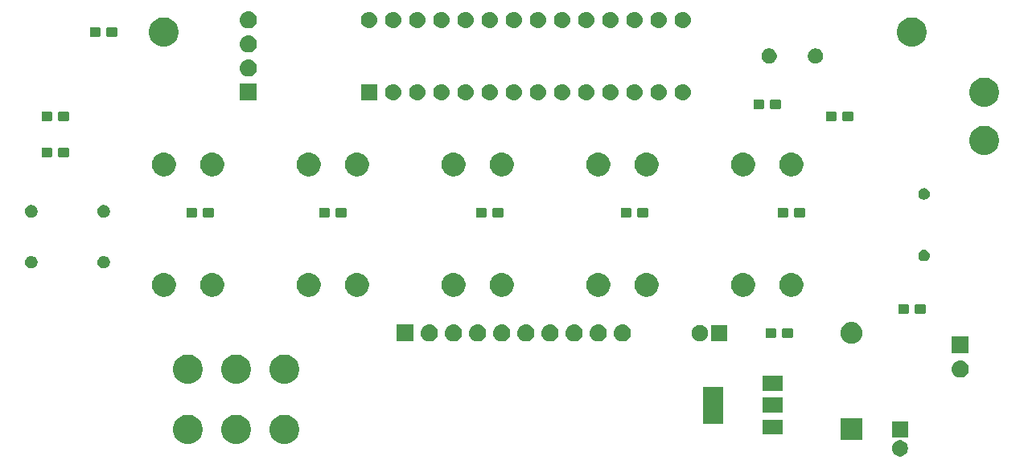
<source format=gts>
G04 #@! TF.GenerationSoftware,KiCad,Pcbnew,(5.1.0)-1*
G04 #@! TF.CreationDate,2019-04-13T14:57:07-07:00*
G04 #@! TF.ProjectId,AS.001.revA,41532e30-3031-42e7-9265-76412e6b6963,Rev A*
G04 #@! TF.SameCoordinates,Original*
G04 #@! TF.FileFunction,Soldermask,Top*
G04 #@! TF.FilePolarity,Negative*
%FSLAX46Y46*%
G04 Gerber Fmt 4.6, Leading zero omitted, Abs format (unit mm)*
G04 Created by KiCad (PCBNEW (5.1.0)-1) date 2019-04-13 14:57:07*
%MOMM*%
%LPD*%
G04 APERTURE LIST*
%ADD10C,0.100000*%
G04 APERTURE END LIST*
D10*
G36*
X145028169Y-98971895D02*
G01*
X145183005Y-99036031D01*
X145322354Y-99129140D01*
X145440860Y-99247646D01*
X145533969Y-99386995D01*
X145598105Y-99541831D01*
X145630800Y-99706203D01*
X145630800Y-99873797D01*
X145598105Y-100038169D01*
X145533969Y-100193005D01*
X145440860Y-100332354D01*
X145322354Y-100450860D01*
X145183005Y-100543969D01*
X145028169Y-100608105D01*
X144863797Y-100640800D01*
X144696203Y-100640800D01*
X144531831Y-100608105D01*
X144376995Y-100543969D01*
X144237646Y-100450860D01*
X144119140Y-100332354D01*
X144026031Y-100193005D01*
X143961895Y-100038169D01*
X143929200Y-99873797D01*
X143929200Y-99706203D01*
X143961895Y-99541831D01*
X144026031Y-99386995D01*
X144119140Y-99247646D01*
X144237646Y-99129140D01*
X144376995Y-99036031D01*
X144531831Y-98971895D01*
X144696203Y-98939200D01*
X144863797Y-98939200D01*
X145028169Y-98971895D01*
X145028169Y-98971895D01*
G37*
G36*
X80262611Y-96259065D02*
G01*
X80462352Y-96298796D01*
X80744579Y-96415699D01*
X80998578Y-96585415D01*
X81214585Y-96801422D01*
X81384301Y-97055421D01*
X81501204Y-97337648D01*
X81560800Y-97637259D01*
X81560800Y-97942741D01*
X81501204Y-98242352D01*
X81384301Y-98524579D01*
X81214585Y-98778578D01*
X80998578Y-98994585D01*
X80744579Y-99164301D01*
X80462352Y-99281204D01*
X80262611Y-99320935D01*
X80162742Y-99340800D01*
X79857258Y-99340800D01*
X79757389Y-99320935D01*
X79557648Y-99281204D01*
X79275421Y-99164301D01*
X79021422Y-98994585D01*
X78805415Y-98778578D01*
X78635699Y-98524579D01*
X78518796Y-98242352D01*
X78459200Y-97942741D01*
X78459200Y-97637259D01*
X78518796Y-97337648D01*
X78635699Y-97055421D01*
X78805415Y-96801422D01*
X79021422Y-96585415D01*
X79275421Y-96415699D01*
X79557648Y-96298796D01*
X79757389Y-96259065D01*
X79857258Y-96239200D01*
X80162742Y-96239200D01*
X80262611Y-96259065D01*
X80262611Y-96259065D01*
G37*
G36*
X75182611Y-96259065D02*
G01*
X75382352Y-96298796D01*
X75664579Y-96415699D01*
X75918578Y-96585415D01*
X76134585Y-96801422D01*
X76304301Y-97055421D01*
X76421204Y-97337648D01*
X76480800Y-97637259D01*
X76480800Y-97942741D01*
X76421204Y-98242352D01*
X76304301Y-98524579D01*
X76134585Y-98778578D01*
X75918578Y-98994585D01*
X75664579Y-99164301D01*
X75382352Y-99281204D01*
X75182611Y-99320935D01*
X75082742Y-99340800D01*
X74777258Y-99340800D01*
X74677389Y-99320935D01*
X74477648Y-99281204D01*
X74195421Y-99164301D01*
X73941422Y-98994585D01*
X73725415Y-98778578D01*
X73555699Y-98524579D01*
X73438796Y-98242352D01*
X73379200Y-97942741D01*
X73379200Y-97637259D01*
X73438796Y-97337648D01*
X73555699Y-97055421D01*
X73725415Y-96801422D01*
X73941422Y-96585415D01*
X74195421Y-96415699D01*
X74477648Y-96298796D01*
X74677389Y-96259065D01*
X74777258Y-96239200D01*
X75082742Y-96239200D01*
X75182611Y-96259065D01*
X75182611Y-96259065D01*
G37*
G36*
X70102611Y-96259065D02*
G01*
X70302352Y-96298796D01*
X70584579Y-96415699D01*
X70838578Y-96585415D01*
X71054585Y-96801422D01*
X71224301Y-97055421D01*
X71341204Y-97337648D01*
X71400800Y-97637259D01*
X71400800Y-97942741D01*
X71341204Y-98242352D01*
X71224301Y-98524579D01*
X71054585Y-98778578D01*
X70838578Y-98994585D01*
X70584579Y-99164301D01*
X70302352Y-99281204D01*
X70102611Y-99320935D01*
X70002742Y-99340800D01*
X69697258Y-99340800D01*
X69597389Y-99320935D01*
X69397648Y-99281204D01*
X69115421Y-99164301D01*
X68861422Y-98994585D01*
X68645415Y-98778578D01*
X68475699Y-98524579D01*
X68358796Y-98242352D01*
X68299200Y-97942741D01*
X68299200Y-97637259D01*
X68358796Y-97337648D01*
X68475699Y-97055421D01*
X68645415Y-96801422D01*
X68861422Y-96585415D01*
X69115421Y-96415699D01*
X69397648Y-96298796D01*
X69597389Y-96259065D01*
X69697258Y-96239200D01*
X70002742Y-96239200D01*
X70102611Y-96259065D01*
X70102611Y-96259065D01*
G37*
G36*
X140850800Y-98940800D02*
G01*
X138549200Y-98940800D01*
X138549200Y-96639200D01*
X140850800Y-96639200D01*
X140850800Y-98940800D01*
X140850800Y-98940800D01*
G37*
G36*
X145630800Y-98640800D02*
G01*
X143929200Y-98640800D01*
X143929200Y-96939200D01*
X145630800Y-96939200D01*
X145630800Y-98640800D01*
X145630800Y-98640800D01*
G37*
G36*
X132470800Y-98350800D02*
G01*
X130369200Y-98350800D01*
X130369200Y-96749200D01*
X132470800Y-96749200D01*
X132470800Y-98350800D01*
X132470800Y-98350800D01*
G37*
G36*
X126170800Y-97200800D02*
G01*
X124069200Y-97200800D01*
X124069200Y-93299200D01*
X126170800Y-93299200D01*
X126170800Y-97200800D01*
X126170800Y-97200800D01*
G37*
G36*
X132470800Y-96050800D02*
G01*
X130369200Y-96050800D01*
X130369200Y-94449200D01*
X132470800Y-94449200D01*
X132470800Y-96050800D01*
X132470800Y-96050800D01*
G37*
G36*
X132470800Y-93750800D02*
G01*
X130369200Y-93750800D01*
X130369200Y-92149200D01*
X132470800Y-92149200D01*
X132470800Y-93750800D01*
X132470800Y-93750800D01*
G37*
G36*
X75182611Y-89909065D02*
G01*
X75382352Y-89948796D01*
X75664579Y-90065699D01*
X75918578Y-90235415D01*
X76134585Y-90451422D01*
X76304301Y-90705421D01*
X76421204Y-90987648D01*
X76480800Y-91287259D01*
X76480800Y-91592741D01*
X76421204Y-91892352D01*
X76304301Y-92174579D01*
X76134585Y-92428578D01*
X75918578Y-92644585D01*
X75664579Y-92814301D01*
X75382352Y-92931204D01*
X75182611Y-92970935D01*
X75082742Y-92990800D01*
X74777258Y-92990800D01*
X74677389Y-92970935D01*
X74477648Y-92931204D01*
X74195421Y-92814301D01*
X73941422Y-92644585D01*
X73725415Y-92428578D01*
X73555699Y-92174579D01*
X73438796Y-91892352D01*
X73379200Y-91592741D01*
X73379200Y-91287259D01*
X73438796Y-90987648D01*
X73555699Y-90705421D01*
X73725415Y-90451422D01*
X73941422Y-90235415D01*
X74195421Y-90065699D01*
X74477648Y-89948796D01*
X74677389Y-89909065D01*
X74777258Y-89889200D01*
X75082742Y-89889200D01*
X75182611Y-89909065D01*
X75182611Y-89909065D01*
G37*
G36*
X80262611Y-89909065D02*
G01*
X80462352Y-89948796D01*
X80744579Y-90065699D01*
X80998578Y-90235415D01*
X81214585Y-90451422D01*
X81384301Y-90705421D01*
X81501204Y-90987648D01*
X81560800Y-91287259D01*
X81560800Y-91592741D01*
X81501204Y-91892352D01*
X81384301Y-92174579D01*
X81214585Y-92428578D01*
X80998578Y-92644585D01*
X80744579Y-92814301D01*
X80462352Y-92931204D01*
X80262611Y-92970935D01*
X80162742Y-92990800D01*
X79857258Y-92990800D01*
X79757389Y-92970935D01*
X79557648Y-92931204D01*
X79275421Y-92814301D01*
X79021422Y-92644585D01*
X78805415Y-92428578D01*
X78635699Y-92174579D01*
X78518796Y-91892352D01*
X78459200Y-91592741D01*
X78459200Y-91287259D01*
X78518796Y-90987648D01*
X78635699Y-90705421D01*
X78805415Y-90451422D01*
X79021422Y-90235415D01*
X79275421Y-90065699D01*
X79557648Y-89948796D01*
X79757389Y-89909065D01*
X79857258Y-89889200D01*
X80162742Y-89889200D01*
X80262611Y-89909065D01*
X80262611Y-89909065D01*
G37*
G36*
X70102611Y-89909065D02*
G01*
X70302352Y-89948796D01*
X70584579Y-90065699D01*
X70838578Y-90235415D01*
X71054585Y-90451422D01*
X71224301Y-90705421D01*
X71341204Y-90987648D01*
X71400800Y-91287259D01*
X71400800Y-91592741D01*
X71341204Y-91892352D01*
X71224301Y-92174579D01*
X71054585Y-92428578D01*
X70838578Y-92644585D01*
X70584579Y-92814301D01*
X70302352Y-92931204D01*
X70102611Y-92970935D01*
X70002742Y-92990800D01*
X69697258Y-92990800D01*
X69597389Y-92970935D01*
X69397648Y-92931204D01*
X69115421Y-92814301D01*
X68861422Y-92644585D01*
X68645415Y-92428578D01*
X68475699Y-92174579D01*
X68358796Y-91892352D01*
X68299200Y-91592741D01*
X68299200Y-91287259D01*
X68358796Y-90987648D01*
X68475699Y-90705421D01*
X68645415Y-90451422D01*
X68861422Y-90235415D01*
X69115421Y-90065699D01*
X69397648Y-89948796D01*
X69597389Y-89909065D01*
X69697258Y-89889200D01*
X70002742Y-89889200D01*
X70102611Y-89909065D01*
X70102611Y-89909065D01*
G37*
G36*
X151218362Y-90543545D02*
G01*
X151306588Y-90552234D01*
X151476389Y-90603743D01*
X151476392Y-90603744D01*
X151632878Y-90687388D01*
X151770044Y-90799956D01*
X151882612Y-90937122D01*
X151966256Y-91093608D01*
X151966257Y-91093611D01*
X152017766Y-91263412D01*
X152035158Y-91440000D01*
X152017766Y-91616588D01*
X151966257Y-91786389D01*
X151966256Y-91786392D01*
X151882612Y-91942878D01*
X151770044Y-92080044D01*
X151632878Y-92192612D01*
X151476392Y-92276256D01*
X151476389Y-92276257D01*
X151306588Y-92327766D01*
X151218362Y-92336455D01*
X151174250Y-92340800D01*
X151085750Y-92340800D01*
X151041638Y-92336455D01*
X150953412Y-92327766D01*
X150783611Y-92276257D01*
X150783608Y-92276256D01*
X150627122Y-92192612D01*
X150489956Y-92080044D01*
X150377388Y-91942878D01*
X150293744Y-91786392D01*
X150293743Y-91786389D01*
X150242234Y-91616588D01*
X150224842Y-91440000D01*
X150242234Y-91263412D01*
X150293743Y-91093611D01*
X150293744Y-91093608D01*
X150377388Y-90937122D01*
X150489956Y-90799956D01*
X150627122Y-90687388D01*
X150783608Y-90603744D01*
X150783611Y-90603743D01*
X150953412Y-90552234D01*
X151041638Y-90543545D01*
X151085750Y-90539200D01*
X151174250Y-90539200D01*
X151218362Y-90543545D01*
X151218362Y-90543545D01*
G37*
G36*
X152030800Y-89800800D02*
G01*
X150229200Y-89800800D01*
X150229200Y-87999200D01*
X152030800Y-87999200D01*
X152030800Y-89800800D01*
X152030800Y-89800800D01*
G37*
G36*
X139812888Y-86484750D02*
G01*
X139925596Y-86495851D01*
X140142523Y-86561655D01*
X140142525Y-86561656D01*
X140342439Y-86668512D01*
X140342440Y-86668513D01*
X140342444Y-86668515D01*
X140517676Y-86812324D01*
X140661485Y-86987556D01*
X140661487Y-86987560D01*
X140661488Y-86987561D01*
X140764991Y-87181202D01*
X140768345Y-87187477D01*
X140834149Y-87404404D01*
X140856368Y-87630000D01*
X140834149Y-87855596D01*
X140768345Y-88072523D01*
X140768344Y-88072525D01*
X140662769Y-88270043D01*
X140661485Y-88272444D01*
X140517676Y-88447676D01*
X140342444Y-88591485D01*
X140342440Y-88591487D01*
X140342439Y-88591488D01*
X140142525Y-88698344D01*
X140142523Y-88698345D01*
X139925596Y-88764149D01*
X139812888Y-88775250D01*
X139756535Y-88780800D01*
X139643465Y-88780800D01*
X139587112Y-88775250D01*
X139474404Y-88764149D01*
X139257477Y-88698345D01*
X139257475Y-88698344D01*
X139057561Y-88591488D01*
X139057560Y-88591487D01*
X139057556Y-88591485D01*
X138882324Y-88447676D01*
X138738515Y-88272444D01*
X138737232Y-88270043D01*
X138631656Y-88072525D01*
X138631655Y-88072523D01*
X138565851Y-87855596D01*
X138543632Y-87630000D01*
X138565851Y-87404404D01*
X138631655Y-87187477D01*
X138635009Y-87181202D01*
X138738512Y-86987561D01*
X138738513Y-86987560D01*
X138738515Y-86987556D01*
X138882324Y-86812324D01*
X139057556Y-86668515D01*
X139057560Y-86668513D01*
X139057561Y-86668512D01*
X139257475Y-86561656D01*
X139257477Y-86561655D01*
X139474404Y-86495851D01*
X139587112Y-86484750D01*
X139643465Y-86479200D01*
X139756535Y-86479200D01*
X139812888Y-86484750D01*
X139812888Y-86484750D01*
G37*
G36*
X115658362Y-86733545D02*
G01*
X115746588Y-86742234D01*
X115916389Y-86793743D01*
X115916392Y-86793744D01*
X116072878Y-86877388D01*
X116210044Y-86989956D01*
X116322612Y-87127122D01*
X116406256Y-87283608D01*
X116406257Y-87283611D01*
X116457766Y-87453412D01*
X116475158Y-87630000D01*
X116457766Y-87806588D01*
X116442900Y-87855594D01*
X116406256Y-87976392D01*
X116322612Y-88132878D01*
X116210044Y-88270044D01*
X116072878Y-88382612D01*
X115916392Y-88466256D01*
X115916389Y-88466257D01*
X115746588Y-88517766D01*
X115658362Y-88526455D01*
X115614250Y-88530800D01*
X115525750Y-88530800D01*
X115481638Y-88526455D01*
X115393412Y-88517766D01*
X115223611Y-88466257D01*
X115223608Y-88466256D01*
X115067122Y-88382612D01*
X114929956Y-88270044D01*
X114817388Y-88132878D01*
X114733744Y-87976392D01*
X114697100Y-87855594D01*
X114682234Y-87806588D01*
X114664842Y-87630000D01*
X114682234Y-87453412D01*
X114733743Y-87283611D01*
X114733744Y-87283608D01*
X114817388Y-87127122D01*
X114929956Y-86989956D01*
X115067122Y-86877388D01*
X115223608Y-86793744D01*
X115223611Y-86793743D01*
X115393412Y-86742234D01*
X115481638Y-86733545D01*
X115525750Y-86729200D01*
X115614250Y-86729200D01*
X115658362Y-86733545D01*
X115658362Y-86733545D01*
G37*
G36*
X110578362Y-86733545D02*
G01*
X110666588Y-86742234D01*
X110836389Y-86793743D01*
X110836392Y-86793744D01*
X110992878Y-86877388D01*
X111130044Y-86989956D01*
X111242612Y-87127122D01*
X111326256Y-87283608D01*
X111326257Y-87283611D01*
X111377766Y-87453412D01*
X111395158Y-87630000D01*
X111377766Y-87806588D01*
X111362900Y-87855594D01*
X111326256Y-87976392D01*
X111242612Y-88132878D01*
X111130044Y-88270044D01*
X110992878Y-88382612D01*
X110836392Y-88466256D01*
X110836389Y-88466257D01*
X110666588Y-88517766D01*
X110578362Y-88526455D01*
X110534250Y-88530800D01*
X110445750Y-88530800D01*
X110401638Y-88526455D01*
X110313412Y-88517766D01*
X110143611Y-88466257D01*
X110143608Y-88466256D01*
X109987122Y-88382612D01*
X109849956Y-88270044D01*
X109737388Y-88132878D01*
X109653744Y-87976392D01*
X109617100Y-87855594D01*
X109602234Y-87806588D01*
X109584842Y-87630000D01*
X109602234Y-87453412D01*
X109653743Y-87283611D01*
X109653744Y-87283608D01*
X109737388Y-87127122D01*
X109849956Y-86989956D01*
X109987122Y-86877388D01*
X110143608Y-86793744D01*
X110143611Y-86793743D01*
X110313412Y-86742234D01*
X110401638Y-86733545D01*
X110445750Y-86729200D01*
X110534250Y-86729200D01*
X110578362Y-86733545D01*
X110578362Y-86733545D01*
G37*
G36*
X108038362Y-86733545D02*
G01*
X108126588Y-86742234D01*
X108296389Y-86793743D01*
X108296392Y-86793744D01*
X108452878Y-86877388D01*
X108590044Y-86989956D01*
X108702612Y-87127122D01*
X108786256Y-87283608D01*
X108786257Y-87283611D01*
X108837766Y-87453412D01*
X108855158Y-87630000D01*
X108837766Y-87806588D01*
X108822900Y-87855594D01*
X108786256Y-87976392D01*
X108702612Y-88132878D01*
X108590044Y-88270044D01*
X108452878Y-88382612D01*
X108296392Y-88466256D01*
X108296389Y-88466257D01*
X108126588Y-88517766D01*
X108038362Y-88526455D01*
X107994250Y-88530800D01*
X107905750Y-88530800D01*
X107861638Y-88526455D01*
X107773412Y-88517766D01*
X107603611Y-88466257D01*
X107603608Y-88466256D01*
X107447122Y-88382612D01*
X107309956Y-88270044D01*
X107197388Y-88132878D01*
X107113744Y-87976392D01*
X107077100Y-87855594D01*
X107062234Y-87806588D01*
X107044842Y-87630000D01*
X107062234Y-87453412D01*
X107113743Y-87283611D01*
X107113744Y-87283608D01*
X107197388Y-87127122D01*
X107309956Y-86989956D01*
X107447122Y-86877388D01*
X107603608Y-86793744D01*
X107603611Y-86793743D01*
X107773412Y-86742234D01*
X107861638Y-86733545D01*
X107905750Y-86729200D01*
X107994250Y-86729200D01*
X108038362Y-86733545D01*
X108038362Y-86733545D01*
G37*
G36*
X105498362Y-86733545D02*
G01*
X105586588Y-86742234D01*
X105756389Y-86793743D01*
X105756392Y-86793744D01*
X105912878Y-86877388D01*
X106050044Y-86989956D01*
X106162612Y-87127122D01*
X106246256Y-87283608D01*
X106246257Y-87283611D01*
X106297766Y-87453412D01*
X106315158Y-87630000D01*
X106297766Y-87806588D01*
X106282900Y-87855594D01*
X106246256Y-87976392D01*
X106162612Y-88132878D01*
X106050044Y-88270044D01*
X105912878Y-88382612D01*
X105756392Y-88466256D01*
X105756389Y-88466257D01*
X105586588Y-88517766D01*
X105498362Y-88526455D01*
X105454250Y-88530800D01*
X105365750Y-88530800D01*
X105321638Y-88526455D01*
X105233412Y-88517766D01*
X105063611Y-88466257D01*
X105063608Y-88466256D01*
X104907122Y-88382612D01*
X104769956Y-88270044D01*
X104657388Y-88132878D01*
X104573744Y-87976392D01*
X104537100Y-87855594D01*
X104522234Y-87806588D01*
X104504842Y-87630000D01*
X104522234Y-87453412D01*
X104573743Y-87283611D01*
X104573744Y-87283608D01*
X104657388Y-87127122D01*
X104769956Y-86989956D01*
X104907122Y-86877388D01*
X105063608Y-86793744D01*
X105063611Y-86793743D01*
X105233412Y-86742234D01*
X105321638Y-86733545D01*
X105365750Y-86729200D01*
X105454250Y-86729200D01*
X105498362Y-86733545D01*
X105498362Y-86733545D01*
G37*
G36*
X102958362Y-86733545D02*
G01*
X103046588Y-86742234D01*
X103216389Y-86793743D01*
X103216392Y-86793744D01*
X103372878Y-86877388D01*
X103510044Y-86989956D01*
X103622612Y-87127122D01*
X103706256Y-87283608D01*
X103706257Y-87283611D01*
X103757766Y-87453412D01*
X103775158Y-87630000D01*
X103757766Y-87806588D01*
X103742900Y-87855594D01*
X103706256Y-87976392D01*
X103622612Y-88132878D01*
X103510044Y-88270044D01*
X103372878Y-88382612D01*
X103216392Y-88466256D01*
X103216389Y-88466257D01*
X103046588Y-88517766D01*
X102958362Y-88526455D01*
X102914250Y-88530800D01*
X102825750Y-88530800D01*
X102781638Y-88526455D01*
X102693412Y-88517766D01*
X102523611Y-88466257D01*
X102523608Y-88466256D01*
X102367122Y-88382612D01*
X102229956Y-88270044D01*
X102117388Y-88132878D01*
X102033744Y-87976392D01*
X101997100Y-87855594D01*
X101982234Y-87806588D01*
X101964842Y-87630000D01*
X101982234Y-87453412D01*
X102033743Y-87283611D01*
X102033744Y-87283608D01*
X102117388Y-87127122D01*
X102229956Y-86989956D01*
X102367122Y-86877388D01*
X102523608Y-86793744D01*
X102523611Y-86793743D01*
X102693412Y-86742234D01*
X102781638Y-86733545D01*
X102825750Y-86729200D01*
X102914250Y-86729200D01*
X102958362Y-86733545D01*
X102958362Y-86733545D01*
G37*
G36*
X100418362Y-86733545D02*
G01*
X100506588Y-86742234D01*
X100676389Y-86793743D01*
X100676392Y-86793744D01*
X100832878Y-86877388D01*
X100970044Y-86989956D01*
X101082612Y-87127122D01*
X101166256Y-87283608D01*
X101166257Y-87283611D01*
X101217766Y-87453412D01*
X101235158Y-87630000D01*
X101217766Y-87806588D01*
X101202900Y-87855594D01*
X101166256Y-87976392D01*
X101082612Y-88132878D01*
X100970044Y-88270044D01*
X100832878Y-88382612D01*
X100676392Y-88466256D01*
X100676389Y-88466257D01*
X100506588Y-88517766D01*
X100418362Y-88526455D01*
X100374250Y-88530800D01*
X100285750Y-88530800D01*
X100241638Y-88526455D01*
X100153412Y-88517766D01*
X99983611Y-88466257D01*
X99983608Y-88466256D01*
X99827122Y-88382612D01*
X99689956Y-88270044D01*
X99577388Y-88132878D01*
X99493744Y-87976392D01*
X99457100Y-87855594D01*
X99442234Y-87806588D01*
X99424842Y-87630000D01*
X99442234Y-87453412D01*
X99493743Y-87283611D01*
X99493744Y-87283608D01*
X99577388Y-87127122D01*
X99689956Y-86989956D01*
X99827122Y-86877388D01*
X99983608Y-86793744D01*
X99983611Y-86793743D01*
X100153412Y-86742234D01*
X100241638Y-86733545D01*
X100285750Y-86729200D01*
X100374250Y-86729200D01*
X100418362Y-86733545D01*
X100418362Y-86733545D01*
G37*
G36*
X97878362Y-86733545D02*
G01*
X97966588Y-86742234D01*
X98136389Y-86793743D01*
X98136392Y-86793744D01*
X98292878Y-86877388D01*
X98430044Y-86989956D01*
X98542612Y-87127122D01*
X98626256Y-87283608D01*
X98626257Y-87283611D01*
X98677766Y-87453412D01*
X98695158Y-87630000D01*
X98677766Y-87806588D01*
X98662900Y-87855594D01*
X98626256Y-87976392D01*
X98542612Y-88132878D01*
X98430044Y-88270044D01*
X98292878Y-88382612D01*
X98136392Y-88466256D01*
X98136389Y-88466257D01*
X97966588Y-88517766D01*
X97878362Y-88526455D01*
X97834250Y-88530800D01*
X97745750Y-88530800D01*
X97701638Y-88526455D01*
X97613412Y-88517766D01*
X97443611Y-88466257D01*
X97443608Y-88466256D01*
X97287122Y-88382612D01*
X97149956Y-88270044D01*
X97037388Y-88132878D01*
X96953744Y-87976392D01*
X96917100Y-87855594D01*
X96902234Y-87806588D01*
X96884842Y-87630000D01*
X96902234Y-87453412D01*
X96953743Y-87283611D01*
X96953744Y-87283608D01*
X97037388Y-87127122D01*
X97149956Y-86989956D01*
X97287122Y-86877388D01*
X97443608Y-86793744D01*
X97443611Y-86793743D01*
X97613412Y-86742234D01*
X97701638Y-86733545D01*
X97745750Y-86729200D01*
X97834250Y-86729200D01*
X97878362Y-86733545D01*
X97878362Y-86733545D01*
G37*
G36*
X93610800Y-88530800D02*
G01*
X91809200Y-88530800D01*
X91809200Y-86729200D01*
X93610800Y-86729200D01*
X93610800Y-88530800D01*
X93610800Y-88530800D01*
G37*
G36*
X113118362Y-86733545D02*
G01*
X113206588Y-86742234D01*
X113376389Y-86793743D01*
X113376392Y-86793744D01*
X113532878Y-86877388D01*
X113670044Y-86989956D01*
X113782612Y-87127122D01*
X113866256Y-87283608D01*
X113866257Y-87283611D01*
X113917766Y-87453412D01*
X113935158Y-87630000D01*
X113917766Y-87806588D01*
X113902900Y-87855594D01*
X113866256Y-87976392D01*
X113782612Y-88132878D01*
X113670044Y-88270044D01*
X113532878Y-88382612D01*
X113376392Y-88466256D01*
X113376389Y-88466257D01*
X113206588Y-88517766D01*
X113118362Y-88526455D01*
X113074250Y-88530800D01*
X112985750Y-88530800D01*
X112941638Y-88526455D01*
X112853412Y-88517766D01*
X112683611Y-88466257D01*
X112683608Y-88466256D01*
X112527122Y-88382612D01*
X112389956Y-88270044D01*
X112277388Y-88132878D01*
X112193744Y-87976392D01*
X112157100Y-87855594D01*
X112142234Y-87806588D01*
X112124842Y-87630000D01*
X112142234Y-87453412D01*
X112193743Y-87283611D01*
X112193744Y-87283608D01*
X112277388Y-87127122D01*
X112389956Y-86989956D01*
X112527122Y-86877388D01*
X112683608Y-86793744D01*
X112683611Y-86793743D01*
X112853412Y-86742234D01*
X112941638Y-86733545D01*
X112985750Y-86729200D01*
X113074250Y-86729200D01*
X113118362Y-86733545D01*
X113118362Y-86733545D01*
G37*
G36*
X95338362Y-86733545D02*
G01*
X95426588Y-86742234D01*
X95596389Y-86793743D01*
X95596392Y-86793744D01*
X95752878Y-86877388D01*
X95890044Y-86989956D01*
X96002612Y-87127122D01*
X96086256Y-87283608D01*
X96086257Y-87283611D01*
X96137766Y-87453412D01*
X96155158Y-87630000D01*
X96137766Y-87806588D01*
X96122900Y-87855594D01*
X96086256Y-87976392D01*
X96002612Y-88132878D01*
X95890044Y-88270044D01*
X95752878Y-88382612D01*
X95596392Y-88466256D01*
X95596389Y-88466257D01*
X95426588Y-88517766D01*
X95338362Y-88526455D01*
X95294250Y-88530800D01*
X95205750Y-88530800D01*
X95161638Y-88526455D01*
X95073412Y-88517766D01*
X94903611Y-88466257D01*
X94903608Y-88466256D01*
X94747122Y-88382612D01*
X94609956Y-88270044D01*
X94497388Y-88132878D01*
X94413744Y-87976392D01*
X94377100Y-87855594D01*
X94362234Y-87806588D01*
X94344842Y-87630000D01*
X94362234Y-87453412D01*
X94413743Y-87283611D01*
X94413744Y-87283608D01*
X94497388Y-87127122D01*
X94609956Y-86989956D01*
X94747122Y-86877388D01*
X94903608Y-86793744D01*
X94903611Y-86793743D01*
X95073412Y-86742234D01*
X95161638Y-86733545D01*
X95205750Y-86729200D01*
X95294250Y-86729200D01*
X95338362Y-86733545D01*
X95338362Y-86733545D01*
G37*
G36*
X126580800Y-88480800D02*
G01*
X124879200Y-88480800D01*
X124879200Y-86779200D01*
X126580800Y-86779200D01*
X126580800Y-88480800D01*
X126580800Y-88480800D01*
G37*
G36*
X123978169Y-86811895D02*
G01*
X124133005Y-86876031D01*
X124272354Y-86969140D01*
X124390860Y-87087646D01*
X124483969Y-87226995D01*
X124548105Y-87381831D01*
X124580800Y-87546203D01*
X124580800Y-87713797D01*
X124548105Y-87878169D01*
X124483969Y-88033005D01*
X124390860Y-88172354D01*
X124272354Y-88290860D01*
X124133005Y-88383969D01*
X123978169Y-88448105D01*
X123813797Y-88480800D01*
X123646203Y-88480800D01*
X123481831Y-88448105D01*
X123326995Y-88383969D01*
X123187646Y-88290860D01*
X123069140Y-88172354D01*
X122976031Y-88033005D01*
X122911895Y-87878169D01*
X122879200Y-87713797D01*
X122879200Y-87546203D01*
X122911895Y-87381831D01*
X122976031Y-87226995D01*
X123069140Y-87087646D01*
X123187646Y-86969140D01*
X123326995Y-86876031D01*
X123481831Y-86811895D01*
X123646203Y-86779200D01*
X123813797Y-86779200D01*
X123978169Y-86811895D01*
X123978169Y-86811895D01*
G37*
G36*
X131619377Y-87108643D02*
G01*
X131656859Y-87120014D01*
X131691399Y-87138476D01*
X131721677Y-87163323D01*
X131746524Y-87193601D01*
X131764986Y-87228141D01*
X131776357Y-87265623D01*
X131780800Y-87310738D01*
X131780800Y-87949262D01*
X131776357Y-87994377D01*
X131764986Y-88031859D01*
X131746524Y-88066399D01*
X131721677Y-88096677D01*
X131691399Y-88121524D01*
X131656859Y-88139986D01*
X131619377Y-88151357D01*
X131574262Y-88155800D01*
X130835738Y-88155800D01*
X130790623Y-88151357D01*
X130753141Y-88139986D01*
X130718601Y-88121524D01*
X130688323Y-88096677D01*
X130663476Y-88066399D01*
X130645014Y-88031859D01*
X130633643Y-87994377D01*
X130629200Y-87949262D01*
X130629200Y-87310738D01*
X130633643Y-87265623D01*
X130645014Y-87228141D01*
X130663476Y-87193601D01*
X130688323Y-87163323D01*
X130718601Y-87138476D01*
X130753141Y-87120014D01*
X130790623Y-87108643D01*
X130835738Y-87104200D01*
X131574262Y-87104200D01*
X131619377Y-87108643D01*
X131619377Y-87108643D01*
G37*
G36*
X133369377Y-87108643D02*
G01*
X133406859Y-87120014D01*
X133441399Y-87138476D01*
X133471677Y-87163323D01*
X133496524Y-87193601D01*
X133514986Y-87228141D01*
X133526357Y-87265623D01*
X133530800Y-87310738D01*
X133530800Y-87949262D01*
X133526357Y-87994377D01*
X133514986Y-88031859D01*
X133496524Y-88066399D01*
X133471677Y-88096677D01*
X133441399Y-88121524D01*
X133406859Y-88139986D01*
X133369377Y-88151357D01*
X133324262Y-88155800D01*
X132585738Y-88155800D01*
X132540623Y-88151357D01*
X132503141Y-88139986D01*
X132468601Y-88121524D01*
X132438323Y-88096677D01*
X132413476Y-88066399D01*
X132395014Y-88031859D01*
X132383643Y-87994377D01*
X132379200Y-87949262D01*
X132379200Y-87310738D01*
X132383643Y-87265623D01*
X132395014Y-87228141D01*
X132413476Y-87193601D01*
X132438323Y-87163323D01*
X132468601Y-87138476D01*
X132503141Y-87120014D01*
X132540623Y-87108643D01*
X132585738Y-87104200D01*
X133324262Y-87104200D01*
X133369377Y-87108643D01*
X133369377Y-87108643D01*
G37*
G36*
X147339377Y-84568643D02*
G01*
X147376859Y-84580014D01*
X147411399Y-84598476D01*
X147441677Y-84623323D01*
X147466524Y-84653601D01*
X147484986Y-84688141D01*
X147496357Y-84725623D01*
X147500800Y-84770738D01*
X147500800Y-85409262D01*
X147496357Y-85454377D01*
X147484986Y-85491859D01*
X147466524Y-85526399D01*
X147441677Y-85556677D01*
X147411399Y-85581524D01*
X147376859Y-85599986D01*
X147339377Y-85611357D01*
X147294262Y-85615800D01*
X146555738Y-85615800D01*
X146510623Y-85611357D01*
X146473141Y-85599986D01*
X146438601Y-85581524D01*
X146408323Y-85556677D01*
X146383476Y-85526399D01*
X146365014Y-85491859D01*
X146353643Y-85454377D01*
X146349200Y-85409262D01*
X146349200Y-84770738D01*
X146353643Y-84725623D01*
X146365014Y-84688141D01*
X146383476Y-84653601D01*
X146408323Y-84623323D01*
X146438601Y-84598476D01*
X146473141Y-84580014D01*
X146510623Y-84568643D01*
X146555738Y-84564200D01*
X147294262Y-84564200D01*
X147339377Y-84568643D01*
X147339377Y-84568643D01*
G37*
G36*
X145589377Y-84568643D02*
G01*
X145626859Y-84580014D01*
X145661399Y-84598476D01*
X145691677Y-84623323D01*
X145716524Y-84653601D01*
X145734986Y-84688141D01*
X145746357Y-84725623D01*
X145750800Y-84770738D01*
X145750800Y-85409262D01*
X145746357Y-85454377D01*
X145734986Y-85491859D01*
X145716524Y-85526399D01*
X145691677Y-85556677D01*
X145661399Y-85581524D01*
X145626859Y-85599986D01*
X145589377Y-85611357D01*
X145544262Y-85615800D01*
X144805738Y-85615800D01*
X144760623Y-85611357D01*
X144723141Y-85599986D01*
X144688601Y-85581524D01*
X144658323Y-85556677D01*
X144633476Y-85526399D01*
X144615014Y-85491859D01*
X144603643Y-85454377D01*
X144599200Y-85409262D01*
X144599200Y-84770738D01*
X144603643Y-84725623D01*
X144615014Y-84688141D01*
X144633476Y-84653601D01*
X144658323Y-84623323D01*
X144688601Y-84598476D01*
X144723141Y-84580014D01*
X144760623Y-84568643D01*
X144805738Y-84564200D01*
X145544262Y-84564200D01*
X145589377Y-84568643D01*
X145589377Y-84568643D01*
G37*
G36*
X87915772Y-81324911D02*
G01*
X87996741Y-81341017D01*
X88225555Y-81435795D01*
X88431482Y-81573391D01*
X88606609Y-81748518D01*
X88744205Y-81954445D01*
X88838983Y-82183259D01*
X88887300Y-82426167D01*
X88887300Y-82673833D01*
X88838983Y-82916741D01*
X88744205Y-83145555D01*
X88606609Y-83351482D01*
X88431482Y-83526609D01*
X88225555Y-83664205D01*
X87996741Y-83758983D01*
X87915772Y-83775089D01*
X87753835Y-83807300D01*
X87506165Y-83807300D01*
X87344228Y-83775089D01*
X87263259Y-83758983D01*
X87034445Y-83664205D01*
X86828518Y-83526609D01*
X86653391Y-83351482D01*
X86515795Y-83145555D01*
X86421017Y-82916741D01*
X86372700Y-82673833D01*
X86372700Y-82426167D01*
X86421017Y-82183259D01*
X86515795Y-81954445D01*
X86653391Y-81748518D01*
X86828518Y-81573391D01*
X87034445Y-81435795D01*
X87263259Y-81341017D01*
X87344228Y-81324911D01*
X87506165Y-81292700D01*
X87753835Y-81292700D01*
X87915772Y-81324911D01*
X87915772Y-81324911D01*
G37*
G36*
X67595772Y-81324911D02*
G01*
X67676741Y-81341017D01*
X67905555Y-81435795D01*
X68111482Y-81573391D01*
X68286609Y-81748518D01*
X68424205Y-81954445D01*
X68518983Y-82183259D01*
X68567300Y-82426167D01*
X68567300Y-82673833D01*
X68518983Y-82916741D01*
X68424205Y-83145555D01*
X68286609Y-83351482D01*
X68111482Y-83526609D01*
X67905555Y-83664205D01*
X67676741Y-83758983D01*
X67595772Y-83775089D01*
X67433835Y-83807300D01*
X67186165Y-83807300D01*
X67024228Y-83775089D01*
X66943259Y-83758983D01*
X66714445Y-83664205D01*
X66508518Y-83526609D01*
X66333391Y-83351482D01*
X66195795Y-83145555D01*
X66101017Y-82916741D01*
X66052700Y-82673833D01*
X66052700Y-82426167D01*
X66101017Y-82183259D01*
X66195795Y-81954445D01*
X66333391Y-81748518D01*
X66508518Y-81573391D01*
X66714445Y-81435795D01*
X66943259Y-81341017D01*
X67024228Y-81324911D01*
X67186165Y-81292700D01*
X67433835Y-81292700D01*
X67595772Y-81324911D01*
X67595772Y-81324911D01*
G37*
G36*
X82835772Y-81324911D02*
G01*
X82916741Y-81341017D01*
X83145555Y-81435795D01*
X83351482Y-81573391D01*
X83526609Y-81748518D01*
X83664205Y-81954445D01*
X83758983Y-82183259D01*
X83807300Y-82426167D01*
X83807300Y-82673833D01*
X83758983Y-82916741D01*
X83664205Y-83145555D01*
X83526609Y-83351482D01*
X83351482Y-83526609D01*
X83145555Y-83664205D01*
X82916741Y-83758983D01*
X82835772Y-83775089D01*
X82673835Y-83807300D01*
X82426165Y-83807300D01*
X82264228Y-83775089D01*
X82183259Y-83758983D01*
X81954445Y-83664205D01*
X81748518Y-83526609D01*
X81573391Y-83351482D01*
X81435795Y-83145555D01*
X81341017Y-82916741D01*
X81292700Y-82673833D01*
X81292700Y-82426167D01*
X81341017Y-82183259D01*
X81435795Y-81954445D01*
X81573391Y-81748518D01*
X81748518Y-81573391D01*
X81954445Y-81435795D01*
X82183259Y-81341017D01*
X82264228Y-81324911D01*
X82426165Y-81292700D01*
X82673835Y-81292700D01*
X82835772Y-81324911D01*
X82835772Y-81324911D01*
G37*
G36*
X72675772Y-81324911D02*
G01*
X72756741Y-81341017D01*
X72985555Y-81435795D01*
X73191482Y-81573391D01*
X73366609Y-81748518D01*
X73504205Y-81954445D01*
X73598983Y-82183259D01*
X73647300Y-82426167D01*
X73647300Y-82673833D01*
X73598983Y-82916741D01*
X73504205Y-83145555D01*
X73366609Y-83351482D01*
X73191482Y-83526609D01*
X72985555Y-83664205D01*
X72756741Y-83758983D01*
X72675772Y-83775089D01*
X72513835Y-83807300D01*
X72266165Y-83807300D01*
X72104228Y-83775089D01*
X72023259Y-83758983D01*
X71794445Y-83664205D01*
X71588518Y-83526609D01*
X71413391Y-83351482D01*
X71275795Y-83145555D01*
X71181017Y-82916741D01*
X71132700Y-82673833D01*
X71132700Y-82426167D01*
X71181017Y-82183259D01*
X71275795Y-81954445D01*
X71413391Y-81748518D01*
X71588518Y-81573391D01*
X71794445Y-81435795D01*
X72023259Y-81341017D01*
X72104228Y-81324911D01*
X72266165Y-81292700D01*
X72513835Y-81292700D01*
X72675772Y-81324911D01*
X72675772Y-81324911D01*
G37*
G36*
X98075772Y-81324911D02*
G01*
X98156741Y-81341017D01*
X98385555Y-81435795D01*
X98591482Y-81573391D01*
X98766609Y-81748518D01*
X98904205Y-81954445D01*
X98998983Y-82183259D01*
X99047300Y-82426167D01*
X99047300Y-82673833D01*
X98998983Y-82916741D01*
X98904205Y-83145555D01*
X98766609Y-83351482D01*
X98591482Y-83526609D01*
X98385555Y-83664205D01*
X98156741Y-83758983D01*
X98075772Y-83775089D01*
X97913835Y-83807300D01*
X97666165Y-83807300D01*
X97504228Y-83775089D01*
X97423259Y-83758983D01*
X97194445Y-83664205D01*
X96988518Y-83526609D01*
X96813391Y-83351482D01*
X96675795Y-83145555D01*
X96581017Y-82916741D01*
X96532700Y-82673833D01*
X96532700Y-82426167D01*
X96581017Y-82183259D01*
X96675795Y-81954445D01*
X96813391Y-81748518D01*
X96988518Y-81573391D01*
X97194445Y-81435795D01*
X97423259Y-81341017D01*
X97504228Y-81324911D01*
X97666165Y-81292700D01*
X97913835Y-81292700D01*
X98075772Y-81324911D01*
X98075772Y-81324911D01*
G37*
G36*
X103155772Y-81324911D02*
G01*
X103236741Y-81341017D01*
X103465555Y-81435795D01*
X103671482Y-81573391D01*
X103846609Y-81748518D01*
X103984205Y-81954445D01*
X104078983Y-82183259D01*
X104127300Y-82426167D01*
X104127300Y-82673833D01*
X104078983Y-82916741D01*
X103984205Y-83145555D01*
X103846609Y-83351482D01*
X103671482Y-83526609D01*
X103465555Y-83664205D01*
X103236741Y-83758983D01*
X103155772Y-83775089D01*
X102993835Y-83807300D01*
X102746165Y-83807300D01*
X102584228Y-83775089D01*
X102503259Y-83758983D01*
X102274445Y-83664205D01*
X102068518Y-83526609D01*
X101893391Y-83351482D01*
X101755795Y-83145555D01*
X101661017Y-82916741D01*
X101612700Y-82673833D01*
X101612700Y-82426167D01*
X101661017Y-82183259D01*
X101755795Y-81954445D01*
X101893391Y-81748518D01*
X102068518Y-81573391D01*
X102274445Y-81435795D01*
X102503259Y-81341017D01*
X102584228Y-81324911D01*
X102746165Y-81292700D01*
X102993835Y-81292700D01*
X103155772Y-81324911D01*
X103155772Y-81324911D01*
G37*
G36*
X113315772Y-81324911D02*
G01*
X113396741Y-81341017D01*
X113625555Y-81435795D01*
X113831482Y-81573391D01*
X114006609Y-81748518D01*
X114144205Y-81954445D01*
X114238983Y-82183259D01*
X114287300Y-82426167D01*
X114287300Y-82673833D01*
X114238983Y-82916741D01*
X114144205Y-83145555D01*
X114006609Y-83351482D01*
X113831482Y-83526609D01*
X113625555Y-83664205D01*
X113396741Y-83758983D01*
X113315772Y-83775089D01*
X113153835Y-83807300D01*
X112906165Y-83807300D01*
X112744228Y-83775089D01*
X112663259Y-83758983D01*
X112434445Y-83664205D01*
X112228518Y-83526609D01*
X112053391Y-83351482D01*
X111915795Y-83145555D01*
X111821017Y-82916741D01*
X111772700Y-82673833D01*
X111772700Y-82426167D01*
X111821017Y-82183259D01*
X111915795Y-81954445D01*
X112053391Y-81748518D01*
X112228518Y-81573391D01*
X112434445Y-81435795D01*
X112663259Y-81341017D01*
X112744228Y-81324911D01*
X112906165Y-81292700D01*
X113153835Y-81292700D01*
X113315772Y-81324911D01*
X113315772Y-81324911D01*
G37*
G36*
X118395772Y-81324911D02*
G01*
X118476741Y-81341017D01*
X118705555Y-81435795D01*
X118911482Y-81573391D01*
X119086609Y-81748518D01*
X119224205Y-81954445D01*
X119318983Y-82183259D01*
X119367300Y-82426167D01*
X119367300Y-82673833D01*
X119318983Y-82916741D01*
X119224205Y-83145555D01*
X119086609Y-83351482D01*
X118911482Y-83526609D01*
X118705555Y-83664205D01*
X118476741Y-83758983D01*
X118395772Y-83775089D01*
X118233835Y-83807300D01*
X117986165Y-83807300D01*
X117824228Y-83775089D01*
X117743259Y-83758983D01*
X117514445Y-83664205D01*
X117308518Y-83526609D01*
X117133391Y-83351482D01*
X116995795Y-83145555D01*
X116901017Y-82916741D01*
X116852700Y-82673833D01*
X116852700Y-82426167D01*
X116901017Y-82183259D01*
X116995795Y-81954445D01*
X117133391Y-81748518D01*
X117308518Y-81573391D01*
X117514445Y-81435795D01*
X117743259Y-81341017D01*
X117824228Y-81324911D01*
X117986165Y-81292700D01*
X118233835Y-81292700D01*
X118395772Y-81324911D01*
X118395772Y-81324911D01*
G37*
G36*
X128555772Y-81324911D02*
G01*
X128636741Y-81341017D01*
X128865555Y-81435795D01*
X129071482Y-81573391D01*
X129246609Y-81748518D01*
X129384205Y-81954445D01*
X129478983Y-82183259D01*
X129527300Y-82426167D01*
X129527300Y-82673833D01*
X129478983Y-82916741D01*
X129384205Y-83145555D01*
X129246609Y-83351482D01*
X129071482Y-83526609D01*
X128865555Y-83664205D01*
X128636741Y-83758983D01*
X128555772Y-83775089D01*
X128393835Y-83807300D01*
X128146165Y-83807300D01*
X127984228Y-83775089D01*
X127903259Y-83758983D01*
X127674445Y-83664205D01*
X127468518Y-83526609D01*
X127293391Y-83351482D01*
X127155795Y-83145555D01*
X127061017Y-82916741D01*
X127012700Y-82673833D01*
X127012700Y-82426167D01*
X127061017Y-82183259D01*
X127155795Y-81954445D01*
X127293391Y-81748518D01*
X127468518Y-81573391D01*
X127674445Y-81435795D01*
X127903259Y-81341017D01*
X127984228Y-81324911D01*
X128146165Y-81292700D01*
X128393835Y-81292700D01*
X128555772Y-81324911D01*
X128555772Y-81324911D01*
G37*
G36*
X133635772Y-81324911D02*
G01*
X133716741Y-81341017D01*
X133945555Y-81435795D01*
X134151482Y-81573391D01*
X134326609Y-81748518D01*
X134464205Y-81954445D01*
X134558983Y-82183259D01*
X134607300Y-82426167D01*
X134607300Y-82673833D01*
X134558983Y-82916741D01*
X134464205Y-83145555D01*
X134326609Y-83351482D01*
X134151482Y-83526609D01*
X133945555Y-83664205D01*
X133716741Y-83758983D01*
X133635772Y-83775089D01*
X133473835Y-83807300D01*
X133226165Y-83807300D01*
X133064228Y-83775089D01*
X132983259Y-83758983D01*
X132754445Y-83664205D01*
X132548518Y-83526609D01*
X132373391Y-83351482D01*
X132235795Y-83145555D01*
X132141017Y-82916741D01*
X132092700Y-82673833D01*
X132092700Y-82426167D01*
X132141017Y-82183259D01*
X132235795Y-81954445D01*
X132373391Y-81748518D01*
X132548518Y-81573391D01*
X132754445Y-81435795D01*
X132983259Y-81341017D01*
X133064228Y-81324911D01*
X133226165Y-81292700D01*
X133473835Y-81292700D01*
X133635772Y-81324911D01*
X133635772Y-81324911D01*
G37*
G36*
X53532631Y-79514679D02*
G01*
X53652817Y-79564461D01*
X53652818Y-79564462D01*
X53760978Y-79636732D01*
X53852968Y-79728722D01*
X53856886Y-79734586D01*
X53925239Y-79836883D01*
X53975021Y-79957069D01*
X54000400Y-80084656D01*
X54000400Y-80214744D01*
X53975021Y-80342331D01*
X53925239Y-80462517D01*
X53925238Y-80462518D01*
X53852968Y-80570678D01*
X53760978Y-80662668D01*
X53688871Y-80710848D01*
X53652817Y-80734939D01*
X53532631Y-80784721D01*
X53405044Y-80810100D01*
X53274956Y-80810100D01*
X53147369Y-80784721D01*
X53027183Y-80734939D01*
X52991129Y-80710848D01*
X52919022Y-80662668D01*
X52827032Y-80570678D01*
X52754762Y-80462518D01*
X52754761Y-80462517D01*
X52704979Y-80342331D01*
X52679600Y-80214744D01*
X52679600Y-80084656D01*
X52704979Y-79957069D01*
X52754761Y-79836883D01*
X52823114Y-79734586D01*
X52827032Y-79728722D01*
X52919022Y-79636732D01*
X53027182Y-79564462D01*
X53027183Y-79564461D01*
X53147369Y-79514679D01*
X53274956Y-79489300D01*
X53405044Y-79489300D01*
X53532631Y-79514679D01*
X53532631Y-79514679D01*
G37*
G36*
X61152631Y-79514679D02*
G01*
X61272817Y-79564461D01*
X61272818Y-79564462D01*
X61380978Y-79636732D01*
X61472968Y-79728722D01*
X61476886Y-79734586D01*
X61545239Y-79836883D01*
X61595021Y-79957069D01*
X61620400Y-80084656D01*
X61620400Y-80214744D01*
X61595021Y-80342331D01*
X61545239Y-80462517D01*
X61545238Y-80462518D01*
X61472968Y-80570678D01*
X61380978Y-80662668D01*
X61308871Y-80710848D01*
X61272817Y-80734939D01*
X61152631Y-80784721D01*
X61025044Y-80810100D01*
X60894956Y-80810100D01*
X60767369Y-80784721D01*
X60647183Y-80734939D01*
X60611129Y-80710848D01*
X60539022Y-80662668D01*
X60447032Y-80570678D01*
X60374762Y-80462518D01*
X60374761Y-80462517D01*
X60324979Y-80342331D01*
X60299600Y-80214744D01*
X60299600Y-80084656D01*
X60324979Y-79957069D01*
X60374761Y-79836883D01*
X60443114Y-79734586D01*
X60447032Y-79728722D01*
X60539022Y-79636732D01*
X60647182Y-79564462D01*
X60647183Y-79564461D01*
X60767369Y-79514679D01*
X60894956Y-79489300D01*
X61025044Y-79489300D01*
X61152631Y-79514679D01*
X61152631Y-79514679D01*
G37*
G36*
X147495247Y-78872288D02*
G01*
X147604586Y-78917578D01*
X147702988Y-78983328D01*
X147786672Y-79067012D01*
X147852422Y-79165414D01*
X147897712Y-79274753D01*
X147920800Y-79390826D01*
X147920800Y-79509174D01*
X147897712Y-79625247D01*
X147852422Y-79734586D01*
X147786672Y-79832988D01*
X147702988Y-79916672D01*
X147604586Y-79982422D01*
X147604585Y-79982423D01*
X147604584Y-79982423D01*
X147495247Y-80027712D01*
X147379175Y-80050800D01*
X147260825Y-80050800D01*
X147144753Y-80027712D01*
X147035416Y-79982423D01*
X147035415Y-79982423D01*
X147035414Y-79982422D01*
X146937012Y-79916672D01*
X146853328Y-79832988D01*
X146787578Y-79734586D01*
X146742288Y-79625247D01*
X146719200Y-79509174D01*
X146719200Y-79390826D01*
X146742288Y-79274753D01*
X146787578Y-79165414D01*
X146853328Y-79067012D01*
X146937012Y-78983328D01*
X147035414Y-78917578D01*
X147144753Y-78872288D01*
X147260825Y-78849200D01*
X147379175Y-78849200D01*
X147495247Y-78872288D01*
X147495247Y-78872288D01*
G37*
G36*
X72409377Y-74408643D02*
G01*
X72446859Y-74420014D01*
X72481399Y-74438476D01*
X72511677Y-74463323D01*
X72536524Y-74493601D01*
X72554986Y-74528141D01*
X72566357Y-74565623D01*
X72570800Y-74610738D01*
X72570800Y-75249262D01*
X72566357Y-75294377D01*
X72554986Y-75331859D01*
X72536524Y-75366399D01*
X72511677Y-75396677D01*
X72481399Y-75421524D01*
X72446859Y-75439986D01*
X72409377Y-75451357D01*
X72364262Y-75455800D01*
X71625738Y-75455800D01*
X71580623Y-75451357D01*
X71543141Y-75439986D01*
X71508601Y-75421524D01*
X71478323Y-75396677D01*
X71453476Y-75366399D01*
X71435014Y-75331859D01*
X71423643Y-75294377D01*
X71419200Y-75249262D01*
X71419200Y-74610738D01*
X71423643Y-74565623D01*
X71435014Y-74528141D01*
X71453476Y-74493601D01*
X71478323Y-74463323D01*
X71508601Y-74438476D01*
X71543141Y-74420014D01*
X71580623Y-74408643D01*
X71625738Y-74404200D01*
X72364262Y-74404200D01*
X72409377Y-74408643D01*
X72409377Y-74408643D01*
G37*
G36*
X132889377Y-74408643D02*
G01*
X132926859Y-74420014D01*
X132961399Y-74438476D01*
X132991677Y-74463323D01*
X133016524Y-74493601D01*
X133034986Y-74528141D01*
X133046357Y-74565623D01*
X133050800Y-74610738D01*
X133050800Y-75249262D01*
X133046357Y-75294377D01*
X133034986Y-75331859D01*
X133016524Y-75366399D01*
X132991677Y-75396677D01*
X132961399Y-75421524D01*
X132926859Y-75439986D01*
X132889377Y-75451357D01*
X132844262Y-75455800D01*
X132105738Y-75455800D01*
X132060623Y-75451357D01*
X132023141Y-75439986D01*
X131988601Y-75421524D01*
X131958323Y-75396677D01*
X131933476Y-75366399D01*
X131915014Y-75331859D01*
X131903643Y-75294377D01*
X131899200Y-75249262D01*
X131899200Y-74610738D01*
X131903643Y-74565623D01*
X131915014Y-74528141D01*
X131933476Y-74493601D01*
X131958323Y-74463323D01*
X131988601Y-74438476D01*
X132023141Y-74420014D01*
X132060623Y-74408643D01*
X132105738Y-74404200D01*
X132844262Y-74404200D01*
X132889377Y-74408643D01*
X132889377Y-74408643D01*
G37*
G36*
X134639377Y-74408643D02*
G01*
X134676859Y-74420014D01*
X134711399Y-74438476D01*
X134741677Y-74463323D01*
X134766524Y-74493601D01*
X134784986Y-74528141D01*
X134796357Y-74565623D01*
X134800800Y-74610738D01*
X134800800Y-75249262D01*
X134796357Y-75294377D01*
X134784986Y-75331859D01*
X134766524Y-75366399D01*
X134741677Y-75396677D01*
X134711399Y-75421524D01*
X134676859Y-75439986D01*
X134639377Y-75451357D01*
X134594262Y-75455800D01*
X133855738Y-75455800D01*
X133810623Y-75451357D01*
X133773141Y-75439986D01*
X133738601Y-75421524D01*
X133708323Y-75396677D01*
X133683476Y-75366399D01*
X133665014Y-75331859D01*
X133653643Y-75294377D01*
X133649200Y-75249262D01*
X133649200Y-74610738D01*
X133653643Y-74565623D01*
X133665014Y-74528141D01*
X133683476Y-74493601D01*
X133708323Y-74463323D01*
X133738601Y-74438476D01*
X133773141Y-74420014D01*
X133810623Y-74408643D01*
X133855738Y-74404200D01*
X134594262Y-74404200D01*
X134639377Y-74408643D01*
X134639377Y-74408643D01*
G37*
G36*
X118129377Y-74408643D02*
G01*
X118166859Y-74420014D01*
X118201399Y-74438476D01*
X118231677Y-74463323D01*
X118256524Y-74493601D01*
X118274986Y-74528141D01*
X118286357Y-74565623D01*
X118290800Y-74610738D01*
X118290800Y-75249262D01*
X118286357Y-75294377D01*
X118274986Y-75331859D01*
X118256524Y-75366399D01*
X118231677Y-75396677D01*
X118201399Y-75421524D01*
X118166859Y-75439986D01*
X118129377Y-75451357D01*
X118084262Y-75455800D01*
X117345738Y-75455800D01*
X117300623Y-75451357D01*
X117263141Y-75439986D01*
X117228601Y-75421524D01*
X117198323Y-75396677D01*
X117173476Y-75366399D01*
X117155014Y-75331859D01*
X117143643Y-75294377D01*
X117139200Y-75249262D01*
X117139200Y-74610738D01*
X117143643Y-74565623D01*
X117155014Y-74528141D01*
X117173476Y-74493601D01*
X117198323Y-74463323D01*
X117228601Y-74438476D01*
X117263141Y-74420014D01*
X117300623Y-74408643D01*
X117345738Y-74404200D01*
X118084262Y-74404200D01*
X118129377Y-74408643D01*
X118129377Y-74408643D01*
G37*
G36*
X116379377Y-74408643D02*
G01*
X116416859Y-74420014D01*
X116451399Y-74438476D01*
X116481677Y-74463323D01*
X116506524Y-74493601D01*
X116524986Y-74528141D01*
X116536357Y-74565623D01*
X116540800Y-74610738D01*
X116540800Y-75249262D01*
X116536357Y-75294377D01*
X116524986Y-75331859D01*
X116506524Y-75366399D01*
X116481677Y-75396677D01*
X116451399Y-75421524D01*
X116416859Y-75439986D01*
X116379377Y-75451357D01*
X116334262Y-75455800D01*
X115595738Y-75455800D01*
X115550623Y-75451357D01*
X115513141Y-75439986D01*
X115478601Y-75421524D01*
X115448323Y-75396677D01*
X115423476Y-75366399D01*
X115405014Y-75331859D01*
X115393643Y-75294377D01*
X115389200Y-75249262D01*
X115389200Y-74610738D01*
X115393643Y-74565623D01*
X115405014Y-74528141D01*
X115423476Y-74493601D01*
X115448323Y-74463323D01*
X115478601Y-74438476D01*
X115513141Y-74420014D01*
X115550623Y-74408643D01*
X115595738Y-74404200D01*
X116334262Y-74404200D01*
X116379377Y-74408643D01*
X116379377Y-74408643D01*
G37*
G36*
X102889377Y-74408643D02*
G01*
X102926859Y-74420014D01*
X102961399Y-74438476D01*
X102991677Y-74463323D01*
X103016524Y-74493601D01*
X103034986Y-74528141D01*
X103046357Y-74565623D01*
X103050800Y-74610738D01*
X103050800Y-75249262D01*
X103046357Y-75294377D01*
X103034986Y-75331859D01*
X103016524Y-75366399D01*
X102991677Y-75396677D01*
X102961399Y-75421524D01*
X102926859Y-75439986D01*
X102889377Y-75451357D01*
X102844262Y-75455800D01*
X102105738Y-75455800D01*
X102060623Y-75451357D01*
X102023141Y-75439986D01*
X101988601Y-75421524D01*
X101958323Y-75396677D01*
X101933476Y-75366399D01*
X101915014Y-75331859D01*
X101903643Y-75294377D01*
X101899200Y-75249262D01*
X101899200Y-74610738D01*
X101903643Y-74565623D01*
X101915014Y-74528141D01*
X101933476Y-74493601D01*
X101958323Y-74463323D01*
X101988601Y-74438476D01*
X102023141Y-74420014D01*
X102060623Y-74408643D01*
X102105738Y-74404200D01*
X102844262Y-74404200D01*
X102889377Y-74408643D01*
X102889377Y-74408643D01*
G37*
G36*
X101139377Y-74408643D02*
G01*
X101176859Y-74420014D01*
X101211399Y-74438476D01*
X101241677Y-74463323D01*
X101266524Y-74493601D01*
X101284986Y-74528141D01*
X101296357Y-74565623D01*
X101300800Y-74610738D01*
X101300800Y-75249262D01*
X101296357Y-75294377D01*
X101284986Y-75331859D01*
X101266524Y-75366399D01*
X101241677Y-75396677D01*
X101211399Y-75421524D01*
X101176859Y-75439986D01*
X101139377Y-75451357D01*
X101094262Y-75455800D01*
X100355738Y-75455800D01*
X100310623Y-75451357D01*
X100273141Y-75439986D01*
X100238601Y-75421524D01*
X100208323Y-75396677D01*
X100183476Y-75366399D01*
X100165014Y-75331859D01*
X100153643Y-75294377D01*
X100149200Y-75249262D01*
X100149200Y-74610738D01*
X100153643Y-74565623D01*
X100165014Y-74528141D01*
X100183476Y-74493601D01*
X100208323Y-74463323D01*
X100238601Y-74438476D01*
X100273141Y-74420014D01*
X100310623Y-74408643D01*
X100355738Y-74404200D01*
X101094262Y-74404200D01*
X101139377Y-74408643D01*
X101139377Y-74408643D01*
G37*
G36*
X70659377Y-74408643D02*
G01*
X70696859Y-74420014D01*
X70731399Y-74438476D01*
X70761677Y-74463323D01*
X70786524Y-74493601D01*
X70804986Y-74528141D01*
X70816357Y-74565623D01*
X70820800Y-74610738D01*
X70820800Y-75249262D01*
X70816357Y-75294377D01*
X70804986Y-75331859D01*
X70786524Y-75366399D01*
X70761677Y-75396677D01*
X70731399Y-75421524D01*
X70696859Y-75439986D01*
X70659377Y-75451357D01*
X70614262Y-75455800D01*
X69875738Y-75455800D01*
X69830623Y-75451357D01*
X69793141Y-75439986D01*
X69758601Y-75421524D01*
X69728323Y-75396677D01*
X69703476Y-75366399D01*
X69685014Y-75331859D01*
X69673643Y-75294377D01*
X69669200Y-75249262D01*
X69669200Y-74610738D01*
X69673643Y-74565623D01*
X69685014Y-74528141D01*
X69703476Y-74493601D01*
X69728323Y-74463323D01*
X69758601Y-74438476D01*
X69793141Y-74420014D01*
X69830623Y-74408643D01*
X69875738Y-74404200D01*
X70614262Y-74404200D01*
X70659377Y-74408643D01*
X70659377Y-74408643D01*
G37*
G36*
X84629377Y-74408643D02*
G01*
X84666859Y-74420014D01*
X84701399Y-74438476D01*
X84731677Y-74463323D01*
X84756524Y-74493601D01*
X84774986Y-74528141D01*
X84786357Y-74565623D01*
X84790800Y-74610738D01*
X84790800Y-75249262D01*
X84786357Y-75294377D01*
X84774986Y-75331859D01*
X84756524Y-75366399D01*
X84731677Y-75396677D01*
X84701399Y-75421524D01*
X84666859Y-75439986D01*
X84629377Y-75451357D01*
X84584262Y-75455800D01*
X83845738Y-75455800D01*
X83800623Y-75451357D01*
X83763141Y-75439986D01*
X83728601Y-75421524D01*
X83698323Y-75396677D01*
X83673476Y-75366399D01*
X83655014Y-75331859D01*
X83643643Y-75294377D01*
X83639200Y-75249262D01*
X83639200Y-74610738D01*
X83643643Y-74565623D01*
X83655014Y-74528141D01*
X83673476Y-74493601D01*
X83698323Y-74463323D01*
X83728601Y-74438476D01*
X83763141Y-74420014D01*
X83800623Y-74408643D01*
X83845738Y-74404200D01*
X84584262Y-74404200D01*
X84629377Y-74408643D01*
X84629377Y-74408643D01*
G37*
G36*
X86379377Y-74408643D02*
G01*
X86416859Y-74420014D01*
X86451399Y-74438476D01*
X86481677Y-74463323D01*
X86506524Y-74493601D01*
X86524986Y-74528141D01*
X86536357Y-74565623D01*
X86540800Y-74610738D01*
X86540800Y-75249262D01*
X86536357Y-75294377D01*
X86524986Y-75331859D01*
X86506524Y-75366399D01*
X86481677Y-75396677D01*
X86451399Y-75421524D01*
X86416859Y-75439986D01*
X86379377Y-75451357D01*
X86334262Y-75455800D01*
X85595738Y-75455800D01*
X85550623Y-75451357D01*
X85513141Y-75439986D01*
X85478601Y-75421524D01*
X85448323Y-75396677D01*
X85423476Y-75366399D01*
X85405014Y-75331859D01*
X85393643Y-75294377D01*
X85389200Y-75249262D01*
X85389200Y-74610738D01*
X85393643Y-74565623D01*
X85405014Y-74528141D01*
X85423476Y-74493601D01*
X85448323Y-74463323D01*
X85478601Y-74438476D01*
X85513141Y-74420014D01*
X85550623Y-74408643D01*
X85595738Y-74404200D01*
X86334262Y-74404200D01*
X86379377Y-74408643D01*
X86379377Y-74408643D01*
G37*
G36*
X53532631Y-74155279D02*
G01*
X53652817Y-74205061D01*
X53652818Y-74205062D01*
X53760978Y-74277332D01*
X53852968Y-74369322D01*
X53879241Y-74408643D01*
X53925239Y-74477483D01*
X53975021Y-74597669D01*
X54000400Y-74725256D01*
X54000400Y-74855344D01*
X53975021Y-74982931D01*
X53925239Y-75103117D01*
X53925238Y-75103118D01*
X53852968Y-75211278D01*
X53760978Y-75303268D01*
X53718188Y-75331859D01*
X53652817Y-75375539D01*
X53532631Y-75425321D01*
X53405044Y-75450700D01*
X53274956Y-75450700D01*
X53147369Y-75425321D01*
X53027183Y-75375539D01*
X52961812Y-75331859D01*
X52919022Y-75303268D01*
X52827032Y-75211278D01*
X52754762Y-75103118D01*
X52754761Y-75103117D01*
X52704979Y-74982931D01*
X52679600Y-74855344D01*
X52679600Y-74725256D01*
X52704979Y-74597669D01*
X52754761Y-74477483D01*
X52800759Y-74408643D01*
X52827032Y-74369322D01*
X52919022Y-74277332D01*
X53027182Y-74205062D01*
X53027183Y-74205061D01*
X53147369Y-74155279D01*
X53274956Y-74129900D01*
X53405044Y-74129900D01*
X53532631Y-74155279D01*
X53532631Y-74155279D01*
G37*
G36*
X61152631Y-74155279D02*
G01*
X61272817Y-74205061D01*
X61272818Y-74205062D01*
X61380978Y-74277332D01*
X61472968Y-74369322D01*
X61499241Y-74408643D01*
X61545239Y-74477483D01*
X61595021Y-74597669D01*
X61620400Y-74725256D01*
X61620400Y-74855344D01*
X61595021Y-74982931D01*
X61545239Y-75103117D01*
X61545238Y-75103118D01*
X61472968Y-75211278D01*
X61380978Y-75303268D01*
X61338188Y-75331859D01*
X61272817Y-75375539D01*
X61152631Y-75425321D01*
X61025044Y-75450700D01*
X60894956Y-75450700D01*
X60767369Y-75425321D01*
X60647183Y-75375539D01*
X60581812Y-75331859D01*
X60539022Y-75303268D01*
X60447032Y-75211278D01*
X60374762Y-75103118D01*
X60374761Y-75103117D01*
X60324979Y-74982931D01*
X60299600Y-74855344D01*
X60299600Y-74725256D01*
X60324979Y-74597669D01*
X60374761Y-74477483D01*
X60420759Y-74408643D01*
X60447032Y-74369322D01*
X60539022Y-74277332D01*
X60647182Y-74205062D01*
X60647183Y-74205061D01*
X60767369Y-74155279D01*
X60894956Y-74129900D01*
X61025044Y-74129900D01*
X61152631Y-74155279D01*
X61152631Y-74155279D01*
G37*
G36*
X147495247Y-72372288D02*
G01*
X147604586Y-72417578D01*
X147702988Y-72483328D01*
X147786672Y-72567012D01*
X147852422Y-72665414D01*
X147897712Y-72774753D01*
X147920800Y-72890826D01*
X147920800Y-73009174D01*
X147897712Y-73125247D01*
X147852422Y-73234586D01*
X147786672Y-73332988D01*
X147702988Y-73416672D01*
X147604586Y-73482422D01*
X147604585Y-73482423D01*
X147604584Y-73482423D01*
X147495247Y-73527712D01*
X147379175Y-73550800D01*
X147260825Y-73550800D01*
X147144753Y-73527712D01*
X147035416Y-73482423D01*
X147035415Y-73482423D01*
X147035414Y-73482422D01*
X146937012Y-73416672D01*
X146853328Y-73332988D01*
X146787578Y-73234586D01*
X146742288Y-73125247D01*
X146719200Y-73009174D01*
X146719200Y-72890826D01*
X146742288Y-72774753D01*
X146787578Y-72665414D01*
X146853328Y-72567012D01*
X146937012Y-72483328D01*
X147035414Y-72417578D01*
X147144753Y-72372288D01*
X147260825Y-72349200D01*
X147379175Y-72349200D01*
X147495247Y-72372288D01*
X147495247Y-72372288D01*
G37*
G36*
X128555772Y-68624911D02*
G01*
X128636741Y-68641017D01*
X128865555Y-68735795D01*
X129071482Y-68873391D01*
X129246609Y-69048518D01*
X129384205Y-69254445D01*
X129478983Y-69483259D01*
X129527300Y-69726167D01*
X129527300Y-69973833D01*
X129478983Y-70216741D01*
X129384205Y-70445555D01*
X129246609Y-70651482D01*
X129071482Y-70826609D01*
X128865555Y-70964205D01*
X128636741Y-71058983D01*
X128555772Y-71075089D01*
X128393835Y-71107300D01*
X128146165Y-71107300D01*
X127984228Y-71075089D01*
X127903259Y-71058983D01*
X127674445Y-70964205D01*
X127468518Y-70826609D01*
X127293391Y-70651482D01*
X127155795Y-70445555D01*
X127061017Y-70216741D01*
X127012700Y-69973833D01*
X127012700Y-69726167D01*
X127061017Y-69483259D01*
X127155795Y-69254445D01*
X127293391Y-69048518D01*
X127468518Y-68873391D01*
X127674445Y-68735795D01*
X127903259Y-68641017D01*
X127984228Y-68624911D01*
X128146165Y-68592700D01*
X128393835Y-68592700D01*
X128555772Y-68624911D01*
X128555772Y-68624911D01*
G37*
G36*
X87915772Y-68624911D02*
G01*
X87996741Y-68641017D01*
X88225555Y-68735795D01*
X88431482Y-68873391D01*
X88606609Y-69048518D01*
X88744205Y-69254445D01*
X88838983Y-69483259D01*
X88887300Y-69726167D01*
X88887300Y-69973833D01*
X88838983Y-70216741D01*
X88744205Y-70445555D01*
X88606609Y-70651482D01*
X88431482Y-70826609D01*
X88225555Y-70964205D01*
X87996741Y-71058983D01*
X87915772Y-71075089D01*
X87753835Y-71107300D01*
X87506165Y-71107300D01*
X87344228Y-71075089D01*
X87263259Y-71058983D01*
X87034445Y-70964205D01*
X86828518Y-70826609D01*
X86653391Y-70651482D01*
X86515795Y-70445555D01*
X86421017Y-70216741D01*
X86372700Y-69973833D01*
X86372700Y-69726167D01*
X86421017Y-69483259D01*
X86515795Y-69254445D01*
X86653391Y-69048518D01*
X86828518Y-68873391D01*
X87034445Y-68735795D01*
X87263259Y-68641017D01*
X87344228Y-68624911D01*
X87506165Y-68592700D01*
X87753835Y-68592700D01*
X87915772Y-68624911D01*
X87915772Y-68624911D01*
G37*
G36*
X72675772Y-68624911D02*
G01*
X72756741Y-68641017D01*
X72985555Y-68735795D01*
X73191482Y-68873391D01*
X73366609Y-69048518D01*
X73504205Y-69254445D01*
X73598983Y-69483259D01*
X73647300Y-69726167D01*
X73647300Y-69973833D01*
X73598983Y-70216741D01*
X73504205Y-70445555D01*
X73366609Y-70651482D01*
X73191482Y-70826609D01*
X72985555Y-70964205D01*
X72756741Y-71058983D01*
X72675772Y-71075089D01*
X72513835Y-71107300D01*
X72266165Y-71107300D01*
X72104228Y-71075089D01*
X72023259Y-71058983D01*
X71794445Y-70964205D01*
X71588518Y-70826609D01*
X71413391Y-70651482D01*
X71275795Y-70445555D01*
X71181017Y-70216741D01*
X71132700Y-69973833D01*
X71132700Y-69726167D01*
X71181017Y-69483259D01*
X71275795Y-69254445D01*
X71413391Y-69048518D01*
X71588518Y-68873391D01*
X71794445Y-68735795D01*
X72023259Y-68641017D01*
X72104228Y-68624911D01*
X72266165Y-68592700D01*
X72513835Y-68592700D01*
X72675772Y-68624911D01*
X72675772Y-68624911D01*
G37*
G36*
X82835772Y-68624911D02*
G01*
X82916741Y-68641017D01*
X83145555Y-68735795D01*
X83351482Y-68873391D01*
X83526609Y-69048518D01*
X83664205Y-69254445D01*
X83758983Y-69483259D01*
X83807300Y-69726167D01*
X83807300Y-69973833D01*
X83758983Y-70216741D01*
X83664205Y-70445555D01*
X83526609Y-70651482D01*
X83351482Y-70826609D01*
X83145555Y-70964205D01*
X82916741Y-71058983D01*
X82835772Y-71075089D01*
X82673835Y-71107300D01*
X82426165Y-71107300D01*
X82264228Y-71075089D01*
X82183259Y-71058983D01*
X81954445Y-70964205D01*
X81748518Y-70826609D01*
X81573391Y-70651482D01*
X81435795Y-70445555D01*
X81341017Y-70216741D01*
X81292700Y-69973833D01*
X81292700Y-69726167D01*
X81341017Y-69483259D01*
X81435795Y-69254445D01*
X81573391Y-69048518D01*
X81748518Y-68873391D01*
X81954445Y-68735795D01*
X82183259Y-68641017D01*
X82264228Y-68624911D01*
X82426165Y-68592700D01*
X82673835Y-68592700D01*
X82835772Y-68624911D01*
X82835772Y-68624911D01*
G37*
G36*
X98075772Y-68624911D02*
G01*
X98156741Y-68641017D01*
X98385555Y-68735795D01*
X98591482Y-68873391D01*
X98766609Y-69048518D01*
X98904205Y-69254445D01*
X98998983Y-69483259D01*
X99047300Y-69726167D01*
X99047300Y-69973833D01*
X98998983Y-70216741D01*
X98904205Y-70445555D01*
X98766609Y-70651482D01*
X98591482Y-70826609D01*
X98385555Y-70964205D01*
X98156741Y-71058983D01*
X98075772Y-71075089D01*
X97913835Y-71107300D01*
X97666165Y-71107300D01*
X97504228Y-71075089D01*
X97423259Y-71058983D01*
X97194445Y-70964205D01*
X96988518Y-70826609D01*
X96813391Y-70651482D01*
X96675795Y-70445555D01*
X96581017Y-70216741D01*
X96532700Y-69973833D01*
X96532700Y-69726167D01*
X96581017Y-69483259D01*
X96675795Y-69254445D01*
X96813391Y-69048518D01*
X96988518Y-68873391D01*
X97194445Y-68735795D01*
X97423259Y-68641017D01*
X97504228Y-68624911D01*
X97666165Y-68592700D01*
X97913835Y-68592700D01*
X98075772Y-68624911D01*
X98075772Y-68624911D01*
G37*
G36*
X118395772Y-68624911D02*
G01*
X118476741Y-68641017D01*
X118705555Y-68735795D01*
X118911482Y-68873391D01*
X119086609Y-69048518D01*
X119224205Y-69254445D01*
X119318983Y-69483259D01*
X119367300Y-69726167D01*
X119367300Y-69973833D01*
X119318983Y-70216741D01*
X119224205Y-70445555D01*
X119086609Y-70651482D01*
X118911482Y-70826609D01*
X118705555Y-70964205D01*
X118476741Y-71058983D01*
X118395772Y-71075089D01*
X118233835Y-71107300D01*
X117986165Y-71107300D01*
X117824228Y-71075089D01*
X117743259Y-71058983D01*
X117514445Y-70964205D01*
X117308518Y-70826609D01*
X117133391Y-70651482D01*
X116995795Y-70445555D01*
X116901017Y-70216741D01*
X116852700Y-69973833D01*
X116852700Y-69726167D01*
X116901017Y-69483259D01*
X116995795Y-69254445D01*
X117133391Y-69048518D01*
X117308518Y-68873391D01*
X117514445Y-68735795D01*
X117743259Y-68641017D01*
X117824228Y-68624911D01*
X117986165Y-68592700D01*
X118233835Y-68592700D01*
X118395772Y-68624911D01*
X118395772Y-68624911D01*
G37*
G36*
X113315772Y-68624911D02*
G01*
X113396741Y-68641017D01*
X113625555Y-68735795D01*
X113831482Y-68873391D01*
X114006609Y-69048518D01*
X114144205Y-69254445D01*
X114238983Y-69483259D01*
X114287300Y-69726167D01*
X114287300Y-69973833D01*
X114238983Y-70216741D01*
X114144205Y-70445555D01*
X114006609Y-70651482D01*
X113831482Y-70826609D01*
X113625555Y-70964205D01*
X113396741Y-71058983D01*
X113315772Y-71075089D01*
X113153835Y-71107300D01*
X112906165Y-71107300D01*
X112744228Y-71075089D01*
X112663259Y-71058983D01*
X112434445Y-70964205D01*
X112228518Y-70826609D01*
X112053391Y-70651482D01*
X111915795Y-70445555D01*
X111821017Y-70216741D01*
X111772700Y-69973833D01*
X111772700Y-69726167D01*
X111821017Y-69483259D01*
X111915795Y-69254445D01*
X112053391Y-69048518D01*
X112228518Y-68873391D01*
X112434445Y-68735795D01*
X112663259Y-68641017D01*
X112744228Y-68624911D01*
X112906165Y-68592700D01*
X113153835Y-68592700D01*
X113315772Y-68624911D01*
X113315772Y-68624911D01*
G37*
G36*
X133635772Y-68624911D02*
G01*
X133716741Y-68641017D01*
X133945555Y-68735795D01*
X134151482Y-68873391D01*
X134326609Y-69048518D01*
X134464205Y-69254445D01*
X134558983Y-69483259D01*
X134607300Y-69726167D01*
X134607300Y-69973833D01*
X134558983Y-70216741D01*
X134464205Y-70445555D01*
X134326609Y-70651482D01*
X134151482Y-70826609D01*
X133945555Y-70964205D01*
X133716741Y-71058983D01*
X133635772Y-71075089D01*
X133473835Y-71107300D01*
X133226165Y-71107300D01*
X133064228Y-71075089D01*
X132983259Y-71058983D01*
X132754445Y-70964205D01*
X132548518Y-70826609D01*
X132373391Y-70651482D01*
X132235795Y-70445555D01*
X132141017Y-70216741D01*
X132092700Y-69973833D01*
X132092700Y-69726167D01*
X132141017Y-69483259D01*
X132235795Y-69254445D01*
X132373391Y-69048518D01*
X132548518Y-68873391D01*
X132754445Y-68735795D01*
X132983259Y-68641017D01*
X133064228Y-68624911D01*
X133226165Y-68592700D01*
X133473835Y-68592700D01*
X133635772Y-68624911D01*
X133635772Y-68624911D01*
G37*
G36*
X67595772Y-68624911D02*
G01*
X67676741Y-68641017D01*
X67905555Y-68735795D01*
X68111482Y-68873391D01*
X68286609Y-69048518D01*
X68424205Y-69254445D01*
X68518983Y-69483259D01*
X68567300Y-69726167D01*
X68567300Y-69973833D01*
X68518983Y-70216741D01*
X68424205Y-70445555D01*
X68286609Y-70651482D01*
X68111482Y-70826609D01*
X67905555Y-70964205D01*
X67676741Y-71058983D01*
X67595772Y-71075089D01*
X67433835Y-71107300D01*
X67186165Y-71107300D01*
X67024228Y-71075089D01*
X66943259Y-71058983D01*
X66714445Y-70964205D01*
X66508518Y-70826609D01*
X66333391Y-70651482D01*
X66195795Y-70445555D01*
X66101017Y-70216741D01*
X66052700Y-69973833D01*
X66052700Y-69726167D01*
X66101017Y-69483259D01*
X66195795Y-69254445D01*
X66333391Y-69048518D01*
X66508518Y-68873391D01*
X66714445Y-68735795D01*
X66943259Y-68641017D01*
X67024228Y-68624911D01*
X67186165Y-68592700D01*
X67433835Y-68592700D01*
X67595772Y-68624911D01*
X67595772Y-68624911D01*
G37*
G36*
X103155772Y-68624911D02*
G01*
X103236741Y-68641017D01*
X103465555Y-68735795D01*
X103671482Y-68873391D01*
X103846609Y-69048518D01*
X103984205Y-69254445D01*
X104078983Y-69483259D01*
X104127300Y-69726167D01*
X104127300Y-69973833D01*
X104078983Y-70216741D01*
X103984205Y-70445555D01*
X103846609Y-70651482D01*
X103671482Y-70826609D01*
X103465555Y-70964205D01*
X103236741Y-71058983D01*
X103155772Y-71075089D01*
X102993835Y-71107300D01*
X102746165Y-71107300D01*
X102584228Y-71075089D01*
X102503259Y-71058983D01*
X102274445Y-70964205D01*
X102068518Y-70826609D01*
X101893391Y-70651482D01*
X101755795Y-70445555D01*
X101661017Y-70216741D01*
X101612700Y-69973833D01*
X101612700Y-69726167D01*
X101661017Y-69483259D01*
X101755795Y-69254445D01*
X101893391Y-69048518D01*
X102068518Y-68873391D01*
X102274445Y-68735795D01*
X102503259Y-68641017D01*
X102584228Y-68624911D01*
X102746165Y-68592700D01*
X102993835Y-68592700D01*
X103155772Y-68624911D01*
X103155772Y-68624911D01*
G37*
G36*
X55419377Y-68058643D02*
G01*
X55456859Y-68070014D01*
X55491399Y-68088476D01*
X55521677Y-68113323D01*
X55546524Y-68143601D01*
X55564986Y-68178141D01*
X55576357Y-68215623D01*
X55580800Y-68260738D01*
X55580800Y-68899262D01*
X55576357Y-68944377D01*
X55564986Y-68981859D01*
X55546524Y-69016399D01*
X55521677Y-69046677D01*
X55491399Y-69071524D01*
X55456859Y-69089986D01*
X55419377Y-69101357D01*
X55374262Y-69105800D01*
X54635738Y-69105800D01*
X54590623Y-69101357D01*
X54553141Y-69089986D01*
X54518601Y-69071524D01*
X54488323Y-69046677D01*
X54463476Y-69016399D01*
X54445014Y-68981859D01*
X54433643Y-68944377D01*
X54429200Y-68899262D01*
X54429200Y-68260738D01*
X54433643Y-68215623D01*
X54445014Y-68178141D01*
X54463476Y-68143601D01*
X54488323Y-68113323D01*
X54518601Y-68088476D01*
X54553141Y-68070014D01*
X54590623Y-68058643D01*
X54635738Y-68054200D01*
X55374262Y-68054200D01*
X55419377Y-68058643D01*
X55419377Y-68058643D01*
G37*
G36*
X57169377Y-68058643D02*
G01*
X57206859Y-68070014D01*
X57241399Y-68088476D01*
X57271677Y-68113323D01*
X57296524Y-68143601D01*
X57314986Y-68178141D01*
X57326357Y-68215623D01*
X57330800Y-68260738D01*
X57330800Y-68899262D01*
X57326357Y-68944377D01*
X57314986Y-68981859D01*
X57296524Y-69016399D01*
X57271677Y-69046677D01*
X57241399Y-69071524D01*
X57206859Y-69089986D01*
X57169377Y-69101357D01*
X57124262Y-69105800D01*
X56385738Y-69105800D01*
X56340623Y-69101357D01*
X56303141Y-69089986D01*
X56268601Y-69071524D01*
X56238323Y-69046677D01*
X56213476Y-69016399D01*
X56195014Y-68981859D01*
X56183643Y-68944377D01*
X56179200Y-68899262D01*
X56179200Y-68260738D01*
X56183643Y-68215623D01*
X56195014Y-68178141D01*
X56213476Y-68143601D01*
X56238323Y-68113323D01*
X56268601Y-68088476D01*
X56303141Y-68070014D01*
X56340623Y-68058643D01*
X56385738Y-68054200D01*
X57124262Y-68054200D01*
X57169377Y-68058643D01*
X57169377Y-68058643D01*
G37*
G36*
X153922611Y-65779065D02*
G01*
X154122352Y-65818796D01*
X154404579Y-65935699D01*
X154658578Y-66105415D01*
X154874585Y-66321422D01*
X155044301Y-66575421D01*
X155161204Y-66857648D01*
X155220800Y-67157259D01*
X155220800Y-67462741D01*
X155161204Y-67762352D01*
X155044301Y-68044579D01*
X154874585Y-68298578D01*
X154658578Y-68514585D01*
X154404579Y-68684301D01*
X154122352Y-68801204D01*
X153922611Y-68840935D01*
X153822742Y-68860800D01*
X153517258Y-68860800D01*
X153417389Y-68840935D01*
X153217648Y-68801204D01*
X152935421Y-68684301D01*
X152681422Y-68514585D01*
X152465415Y-68298578D01*
X152295699Y-68044579D01*
X152178796Y-67762352D01*
X152119200Y-67462741D01*
X152119200Y-67157259D01*
X152178796Y-66857648D01*
X152295699Y-66575421D01*
X152465415Y-66321422D01*
X152681422Y-66105415D01*
X152935421Y-65935699D01*
X153217648Y-65818796D01*
X153417389Y-65779065D01*
X153517258Y-65759200D01*
X153822742Y-65759200D01*
X153922611Y-65779065D01*
X153922611Y-65779065D01*
G37*
G36*
X139719377Y-64248643D02*
G01*
X139756859Y-64260014D01*
X139791399Y-64278476D01*
X139821677Y-64303323D01*
X139846524Y-64333601D01*
X139864986Y-64368141D01*
X139876357Y-64405623D01*
X139880800Y-64450738D01*
X139880800Y-65089262D01*
X139876357Y-65134377D01*
X139864986Y-65171859D01*
X139846524Y-65206399D01*
X139821677Y-65236677D01*
X139791399Y-65261524D01*
X139756859Y-65279986D01*
X139719377Y-65291357D01*
X139674262Y-65295800D01*
X138935738Y-65295800D01*
X138890623Y-65291357D01*
X138853141Y-65279986D01*
X138818601Y-65261524D01*
X138788323Y-65236677D01*
X138763476Y-65206399D01*
X138745014Y-65171859D01*
X138733643Y-65134377D01*
X138729200Y-65089262D01*
X138729200Y-64450738D01*
X138733643Y-64405623D01*
X138745014Y-64368141D01*
X138763476Y-64333601D01*
X138788323Y-64303323D01*
X138818601Y-64278476D01*
X138853141Y-64260014D01*
X138890623Y-64248643D01*
X138935738Y-64244200D01*
X139674262Y-64244200D01*
X139719377Y-64248643D01*
X139719377Y-64248643D01*
G37*
G36*
X57169377Y-64248643D02*
G01*
X57206859Y-64260014D01*
X57241399Y-64278476D01*
X57271677Y-64303323D01*
X57296524Y-64333601D01*
X57314986Y-64368141D01*
X57326357Y-64405623D01*
X57330800Y-64450738D01*
X57330800Y-65089262D01*
X57326357Y-65134377D01*
X57314986Y-65171859D01*
X57296524Y-65206399D01*
X57271677Y-65236677D01*
X57241399Y-65261524D01*
X57206859Y-65279986D01*
X57169377Y-65291357D01*
X57124262Y-65295800D01*
X56385738Y-65295800D01*
X56340623Y-65291357D01*
X56303141Y-65279986D01*
X56268601Y-65261524D01*
X56238323Y-65236677D01*
X56213476Y-65206399D01*
X56195014Y-65171859D01*
X56183643Y-65134377D01*
X56179200Y-65089262D01*
X56179200Y-64450738D01*
X56183643Y-64405623D01*
X56195014Y-64368141D01*
X56213476Y-64333601D01*
X56238323Y-64303323D01*
X56268601Y-64278476D01*
X56303141Y-64260014D01*
X56340623Y-64248643D01*
X56385738Y-64244200D01*
X57124262Y-64244200D01*
X57169377Y-64248643D01*
X57169377Y-64248643D01*
G37*
G36*
X55419377Y-64248643D02*
G01*
X55456859Y-64260014D01*
X55491399Y-64278476D01*
X55521677Y-64303323D01*
X55546524Y-64333601D01*
X55564986Y-64368141D01*
X55576357Y-64405623D01*
X55580800Y-64450738D01*
X55580800Y-65089262D01*
X55576357Y-65134377D01*
X55564986Y-65171859D01*
X55546524Y-65206399D01*
X55521677Y-65236677D01*
X55491399Y-65261524D01*
X55456859Y-65279986D01*
X55419377Y-65291357D01*
X55374262Y-65295800D01*
X54635738Y-65295800D01*
X54590623Y-65291357D01*
X54553141Y-65279986D01*
X54518601Y-65261524D01*
X54488323Y-65236677D01*
X54463476Y-65206399D01*
X54445014Y-65171859D01*
X54433643Y-65134377D01*
X54429200Y-65089262D01*
X54429200Y-64450738D01*
X54433643Y-64405623D01*
X54445014Y-64368141D01*
X54463476Y-64333601D01*
X54488323Y-64303323D01*
X54518601Y-64278476D01*
X54553141Y-64260014D01*
X54590623Y-64248643D01*
X54635738Y-64244200D01*
X55374262Y-64244200D01*
X55419377Y-64248643D01*
X55419377Y-64248643D01*
G37*
G36*
X137969377Y-64248643D02*
G01*
X138006859Y-64260014D01*
X138041399Y-64278476D01*
X138071677Y-64303323D01*
X138096524Y-64333601D01*
X138114986Y-64368141D01*
X138126357Y-64405623D01*
X138130800Y-64450738D01*
X138130800Y-65089262D01*
X138126357Y-65134377D01*
X138114986Y-65171859D01*
X138096524Y-65206399D01*
X138071677Y-65236677D01*
X138041399Y-65261524D01*
X138006859Y-65279986D01*
X137969377Y-65291357D01*
X137924262Y-65295800D01*
X137185738Y-65295800D01*
X137140623Y-65291357D01*
X137103141Y-65279986D01*
X137068601Y-65261524D01*
X137038323Y-65236677D01*
X137013476Y-65206399D01*
X136995014Y-65171859D01*
X136983643Y-65134377D01*
X136979200Y-65089262D01*
X136979200Y-64450738D01*
X136983643Y-64405623D01*
X136995014Y-64368141D01*
X137013476Y-64333601D01*
X137038323Y-64303323D01*
X137068601Y-64278476D01*
X137103141Y-64260014D01*
X137140623Y-64248643D01*
X137185738Y-64244200D01*
X137924262Y-64244200D01*
X137969377Y-64248643D01*
X137969377Y-64248643D01*
G37*
G36*
X132099377Y-62978643D02*
G01*
X132136859Y-62990014D01*
X132171399Y-63008476D01*
X132201677Y-63033323D01*
X132226524Y-63063601D01*
X132244986Y-63098141D01*
X132256357Y-63135623D01*
X132260800Y-63180738D01*
X132260800Y-63819262D01*
X132256357Y-63864377D01*
X132244986Y-63901859D01*
X132226524Y-63936399D01*
X132201677Y-63966677D01*
X132171399Y-63991524D01*
X132136859Y-64009986D01*
X132099377Y-64021357D01*
X132054262Y-64025800D01*
X131315738Y-64025800D01*
X131270623Y-64021357D01*
X131233141Y-64009986D01*
X131198601Y-63991524D01*
X131168323Y-63966677D01*
X131143476Y-63936399D01*
X131125014Y-63901859D01*
X131113643Y-63864377D01*
X131109200Y-63819262D01*
X131109200Y-63180738D01*
X131113643Y-63135623D01*
X131125014Y-63098141D01*
X131143476Y-63063601D01*
X131168323Y-63033323D01*
X131198601Y-63008476D01*
X131233141Y-62990014D01*
X131270623Y-62978643D01*
X131315738Y-62974200D01*
X132054262Y-62974200D01*
X132099377Y-62978643D01*
X132099377Y-62978643D01*
G37*
G36*
X130349377Y-62978643D02*
G01*
X130386859Y-62990014D01*
X130421399Y-63008476D01*
X130451677Y-63033323D01*
X130476524Y-63063601D01*
X130494986Y-63098141D01*
X130506357Y-63135623D01*
X130510800Y-63180738D01*
X130510800Y-63819262D01*
X130506357Y-63864377D01*
X130494986Y-63901859D01*
X130476524Y-63936399D01*
X130451677Y-63966677D01*
X130421399Y-63991524D01*
X130386859Y-64009986D01*
X130349377Y-64021357D01*
X130304262Y-64025800D01*
X129565738Y-64025800D01*
X129520623Y-64021357D01*
X129483141Y-64009986D01*
X129448601Y-63991524D01*
X129418323Y-63966677D01*
X129393476Y-63936399D01*
X129375014Y-63901859D01*
X129363643Y-63864377D01*
X129359200Y-63819262D01*
X129359200Y-63180738D01*
X129363643Y-63135623D01*
X129375014Y-63098141D01*
X129393476Y-63063601D01*
X129418323Y-63033323D01*
X129448601Y-63008476D01*
X129483141Y-62990014D01*
X129520623Y-62978643D01*
X129565738Y-62974200D01*
X130304262Y-62974200D01*
X130349377Y-62978643D01*
X130349377Y-62978643D01*
G37*
G36*
X153922611Y-60699065D02*
G01*
X154122352Y-60738796D01*
X154404579Y-60855699D01*
X154658578Y-61025415D01*
X154874585Y-61241422D01*
X155044301Y-61495421D01*
X155161204Y-61777648D01*
X155220800Y-62077259D01*
X155220800Y-62382741D01*
X155161204Y-62682352D01*
X155044301Y-62964579D01*
X154874585Y-63218578D01*
X154658578Y-63434585D01*
X154404579Y-63604301D01*
X154122352Y-63721204D01*
X153922611Y-63760935D01*
X153822742Y-63780800D01*
X153517258Y-63780800D01*
X153417389Y-63760935D01*
X153217648Y-63721204D01*
X152935421Y-63604301D01*
X152681422Y-63434585D01*
X152465415Y-63218578D01*
X152295699Y-62964579D01*
X152178796Y-62682352D01*
X152119200Y-62382741D01*
X152119200Y-62077259D01*
X152178796Y-61777648D01*
X152295699Y-61495421D01*
X152465415Y-61241422D01*
X152681422Y-61025415D01*
X152935421Y-60855699D01*
X153217648Y-60738796D01*
X153417389Y-60699065D01*
X153517258Y-60679200D01*
X153822742Y-60679200D01*
X153922611Y-60699065D01*
X153922611Y-60699065D01*
G37*
G36*
X77100800Y-63130800D02*
G01*
X75299200Y-63130800D01*
X75299200Y-61329200D01*
X77100800Y-61329200D01*
X77100800Y-63130800D01*
X77100800Y-63130800D01*
G37*
G36*
X114466787Y-61391510D02*
G01*
X114627162Y-61440160D01*
X114774965Y-61519162D01*
X114904517Y-61625483D01*
X115010838Y-61755035D01*
X115089840Y-61902838D01*
X115138490Y-62063213D01*
X115154916Y-62230000D01*
X115138490Y-62396787D01*
X115089840Y-62557162D01*
X115010838Y-62704965D01*
X114904517Y-62834517D01*
X114774965Y-62940838D01*
X114627162Y-63019840D01*
X114466787Y-63068490D01*
X114341794Y-63080800D01*
X114258206Y-63080800D01*
X114133213Y-63068490D01*
X113972838Y-63019840D01*
X113825035Y-62940838D01*
X113695483Y-62834517D01*
X113589162Y-62704965D01*
X113510160Y-62557162D01*
X113461510Y-62396787D01*
X113445084Y-62230000D01*
X113461510Y-62063213D01*
X113510160Y-61902838D01*
X113589162Y-61755035D01*
X113695483Y-61625483D01*
X113825035Y-61519162D01*
X113972838Y-61440160D01*
X114133213Y-61391510D01*
X114258206Y-61379200D01*
X114341794Y-61379200D01*
X114466787Y-61391510D01*
X114466787Y-61391510D01*
G37*
G36*
X122086787Y-61391510D02*
G01*
X122247162Y-61440160D01*
X122394965Y-61519162D01*
X122524517Y-61625483D01*
X122630838Y-61755035D01*
X122709840Y-61902838D01*
X122758490Y-62063213D01*
X122774916Y-62230000D01*
X122758490Y-62396787D01*
X122709840Y-62557162D01*
X122630838Y-62704965D01*
X122524517Y-62834517D01*
X122394965Y-62940838D01*
X122247162Y-63019840D01*
X122086787Y-63068490D01*
X121961794Y-63080800D01*
X121878206Y-63080800D01*
X121753213Y-63068490D01*
X121592838Y-63019840D01*
X121445035Y-62940838D01*
X121315483Y-62834517D01*
X121209162Y-62704965D01*
X121130160Y-62557162D01*
X121081510Y-62396787D01*
X121065084Y-62230000D01*
X121081510Y-62063213D01*
X121130160Y-61902838D01*
X121209162Y-61755035D01*
X121315483Y-61625483D01*
X121445035Y-61519162D01*
X121592838Y-61440160D01*
X121753213Y-61391510D01*
X121878206Y-61379200D01*
X121961794Y-61379200D01*
X122086787Y-61391510D01*
X122086787Y-61391510D01*
G37*
G36*
X119546787Y-61391510D02*
G01*
X119707162Y-61440160D01*
X119854965Y-61519162D01*
X119984517Y-61625483D01*
X120090838Y-61755035D01*
X120169840Y-61902838D01*
X120218490Y-62063213D01*
X120234916Y-62230000D01*
X120218490Y-62396787D01*
X120169840Y-62557162D01*
X120090838Y-62704965D01*
X119984517Y-62834517D01*
X119854965Y-62940838D01*
X119707162Y-63019840D01*
X119546787Y-63068490D01*
X119421794Y-63080800D01*
X119338206Y-63080800D01*
X119213213Y-63068490D01*
X119052838Y-63019840D01*
X118905035Y-62940838D01*
X118775483Y-62834517D01*
X118669162Y-62704965D01*
X118590160Y-62557162D01*
X118541510Y-62396787D01*
X118525084Y-62230000D01*
X118541510Y-62063213D01*
X118590160Y-61902838D01*
X118669162Y-61755035D01*
X118775483Y-61625483D01*
X118905035Y-61519162D01*
X119052838Y-61440160D01*
X119213213Y-61391510D01*
X119338206Y-61379200D01*
X119421794Y-61379200D01*
X119546787Y-61391510D01*
X119546787Y-61391510D01*
G37*
G36*
X117006787Y-61391510D02*
G01*
X117167162Y-61440160D01*
X117314965Y-61519162D01*
X117444517Y-61625483D01*
X117550838Y-61755035D01*
X117629840Y-61902838D01*
X117678490Y-62063213D01*
X117694916Y-62230000D01*
X117678490Y-62396787D01*
X117629840Y-62557162D01*
X117550838Y-62704965D01*
X117444517Y-62834517D01*
X117314965Y-62940838D01*
X117167162Y-63019840D01*
X117006787Y-63068490D01*
X116881794Y-63080800D01*
X116798206Y-63080800D01*
X116673213Y-63068490D01*
X116512838Y-63019840D01*
X116365035Y-62940838D01*
X116235483Y-62834517D01*
X116129162Y-62704965D01*
X116050160Y-62557162D01*
X116001510Y-62396787D01*
X115985084Y-62230000D01*
X116001510Y-62063213D01*
X116050160Y-61902838D01*
X116129162Y-61755035D01*
X116235483Y-61625483D01*
X116365035Y-61519162D01*
X116512838Y-61440160D01*
X116673213Y-61391510D01*
X116798206Y-61379200D01*
X116881794Y-61379200D01*
X117006787Y-61391510D01*
X117006787Y-61391510D01*
G37*
G36*
X111926787Y-61391510D02*
G01*
X112087162Y-61440160D01*
X112234965Y-61519162D01*
X112364517Y-61625483D01*
X112470838Y-61755035D01*
X112549840Y-61902838D01*
X112598490Y-62063213D01*
X112614916Y-62230000D01*
X112598490Y-62396787D01*
X112549840Y-62557162D01*
X112470838Y-62704965D01*
X112364517Y-62834517D01*
X112234965Y-62940838D01*
X112087162Y-63019840D01*
X111926787Y-63068490D01*
X111801794Y-63080800D01*
X111718206Y-63080800D01*
X111593213Y-63068490D01*
X111432838Y-63019840D01*
X111285035Y-62940838D01*
X111155483Y-62834517D01*
X111049162Y-62704965D01*
X110970160Y-62557162D01*
X110921510Y-62396787D01*
X110905084Y-62230000D01*
X110921510Y-62063213D01*
X110970160Y-61902838D01*
X111049162Y-61755035D01*
X111155483Y-61625483D01*
X111285035Y-61519162D01*
X111432838Y-61440160D01*
X111593213Y-61391510D01*
X111718206Y-61379200D01*
X111801794Y-61379200D01*
X111926787Y-61391510D01*
X111926787Y-61391510D01*
G37*
G36*
X109386787Y-61391510D02*
G01*
X109547162Y-61440160D01*
X109694965Y-61519162D01*
X109824517Y-61625483D01*
X109930838Y-61755035D01*
X110009840Y-61902838D01*
X110058490Y-62063213D01*
X110074916Y-62230000D01*
X110058490Y-62396787D01*
X110009840Y-62557162D01*
X109930838Y-62704965D01*
X109824517Y-62834517D01*
X109694965Y-62940838D01*
X109547162Y-63019840D01*
X109386787Y-63068490D01*
X109261794Y-63080800D01*
X109178206Y-63080800D01*
X109053213Y-63068490D01*
X108892838Y-63019840D01*
X108745035Y-62940838D01*
X108615483Y-62834517D01*
X108509162Y-62704965D01*
X108430160Y-62557162D01*
X108381510Y-62396787D01*
X108365084Y-62230000D01*
X108381510Y-62063213D01*
X108430160Y-61902838D01*
X108509162Y-61755035D01*
X108615483Y-61625483D01*
X108745035Y-61519162D01*
X108892838Y-61440160D01*
X109053213Y-61391510D01*
X109178206Y-61379200D01*
X109261794Y-61379200D01*
X109386787Y-61391510D01*
X109386787Y-61391510D01*
G37*
G36*
X106846787Y-61391510D02*
G01*
X107007162Y-61440160D01*
X107154965Y-61519162D01*
X107284517Y-61625483D01*
X107390838Y-61755035D01*
X107469840Y-61902838D01*
X107518490Y-62063213D01*
X107534916Y-62230000D01*
X107518490Y-62396787D01*
X107469840Y-62557162D01*
X107390838Y-62704965D01*
X107284517Y-62834517D01*
X107154965Y-62940838D01*
X107007162Y-63019840D01*
X106846787Y-63068490D01*
X106721794Y-63080800D01*
X106638206Y-63080800D01*
X106513213Y-63068490D01*
X106352838Y-63019840D01*
X106205035Y-62940838D01*
X106075483Y-62834517D01*
X105969162Y-62704965D01*
X105890160Y-62557162D01*
X105841510Y-62396787D01*
X105825084Y-62230000D01*
X105841510Y-62063213D01*
X105890160Y-61902838D01*
X105969162Y-61755035D01*
X106075483Y-61625483D01*
X106205035Y-61519162D01*
X106352838Y-61440160D01*
X106513213Y-61391510D01*
X106638206Y-61379200D01*
X106721794Y-61379200D01*
X106846787Y-61391510D01*
X106846787Y-61391510D01*
G37*
G36*
X104306787Y-61391510D02*
G01*
X104467162Y-61440160D01*
X104614965Y-61519162D01*
X104744517Y-61625483D01*
X104850838Y-61755035D01*
X104929840Y-61902838D01*
X104978490Y-62063213D01*
X104994916Y-62230000D01*
X104978490Y-62396787D01*
X104929840Y-62557162D01*
X104850838Y-62704965D01*
X104744517Y-62834517D01*
X104614965Y-62940838D01*
X104467162Y-63019840D01*
X104306787Y-63068490D01*
X104181794Y-63080800D01*
X104098206Y-63080800D01*
X103973213Y-63068490D01*
X103812838Y-63019840D01*
X103665035Y-62940838D01*
X103535483Y-62834517D01*
X103429162Y-62704965D01*
X103350160Y-62557162D01*
X103301510Y-62396787D01*
X103285084Y-62230000D01*
X103301510Y-62063213D01*
X103350160Y-61902838D01*
X103429162Y-61755035D01*
X103535483Y-61625483D01*
X103665035Y-61519162D01*
X103812838Y-61440160D01*
X103973213Y-61391510D01*
X104098206Y-61379200D01*
X104181794Y-61379200D01*
X104306787Y-61391510D01*
X104306787Y-61391510D01*
G37*
G36*
X91606787Y-61391510D02*
G01*
X91767162Y-61440160D01*
X91914965Y-61519162D01*
X92044517Y-61625483D01*
X92150838Y-61755035D01*
X92229840Y-61902838D01*
X92278490Y-62063213D01*
X92294916Y-62230000D01*
X92278490Y-62396787D01*
X92229840Y-62557162D01*
X92150838Y-62704965D01*
X92044517Y-62834517D01*
X91914965Y-62940838D01*
X91767162Y-63019840D01*
X91606787Y-63068490D01*
X91481794Y-63080800D01*
X91398206Y-63080800D01*
X91273213Y-63068490D01*
X91112838Y-63019840D01*
X90965035Y-62940838D01*
X90835483Y-62834517D01*
X90729162Y-62704965D01*
X90650160Y-62557162D01*
X90601510Y-62396787D01*
X90585084Y-62230000D01*
X90601510Y-62063213D01*
X90650160Y-61902838D01*
X90729162Y-61755035D01*
X90835483Y-61625483D01*
X90965035Y-61519162D01*
X91112838Y-61440160D01*
X91273213Y-61391510D01*
X91398206Y-61379200D01*
X91481794Y-61379200D01*
X91606787Y-61391510D01*
X91606787Y-61391510D01*
G37*
G36*
X101766787Y-61391510D02*
G01*
X101927162Y-61440160D01*
X102074965Y-61519162D01*
X102204517Y-61625483D01*
X102310838Y-61755035D01*
X102389840Y-61902838D01*
X102438490Y-62063213D01*
X102454916Y-62230000D01*
X102438490Y-62396787D01*
X102389840Y-62557162D01*
X102310838Y-62704965D01*
X102204517Y-62834517D01*
X102074965Y-62940838D01*
X101927162Y-63019840D01*
X101766787Y-63068490D01*
X101641794Y-63080800D01*
X101558206Y-63080800D01*
X101433213Y-63068490D01*
X101272838Y-63019840D01*
X101125035Y-62940838D01*
X100995483Y-62834517D01*
X100889162Y-62704965D01*
X100810160Y-62557162D01*
X100761510Y-62396787D01*
X100745084Y-62230000D01*
X100761510Y-62063213D01*
X100810160Y-61902838D01*
X100889162Y-61755035D01*
X100995483Y-61625483D01*
X101125035Y-61519162D01*
X101272838Y-61440160D01*
X101433213Y-61391510D01*
X101558206Y-61379200D01*
X101641794Y-61379200D01*
X101766787Y-61391510D01*
X101766787Y-61391510D01*
G37*
G36*
X94146787Y-61391510D02*
G01*
X94307162Y-61440160D01*
X94454965Y-61519162D01*
X94584517Y-61625483D01*
X94690838Y-61755035D01*
X94769840Y-61902838D01*
X94818490Y-62063213D01*
X94834916Y-62230000D01*
X94818490Y-62396787D01*
X94769840Y-62557162D01*
X94690838Y-62704965D01*
X94584517Y-62834517D01*
X94454965Y-62940838D01*
X94307162Y-63019840D01*
X94146787Y-63068490D01*
X94021794Y-63080800D01*
X93938206Y-63080800D01*
X93813213Y-63068490D01*
X93652838Y-63019840D01*
X93505035Y-62940838D01*
X93375483Y-62834517D01*
X93269162Y-62704965D01*
X93190160Y-62557162D01*
X93141510Y-62396787D01*
X93125084Y-62230000D01*
X93141510Y-62063213D01*
X93190160Y-61902838D01*
X93269162Y-61755035D01*
X93375483Y-61625483D01*
X93505035Y-61519162D01*
X93652838Y-61440160D01*
X93813213Y-61391510D01*
X93938206Y-61379200D01*
X94021794Y-61379200D01*
X94146787Y-61391510D01*
X94146787Y-61391510D01*
G37*
G36*
X99226787Y-61391510D02*
G01*
X99387162Y-61440160D01*
X99534965Y-61519162D01*
X99664517Y-61625483D01*
X99770838Y-61755035D01*
X99849840Y-61902838D01*
X99898490Y-62063213D01*
X99914916Y-62230000D01*
X99898490Y-62396787D01*
X99849840Y-62557162D01*
X99770838Y-62704965D01*
X99664517Y-62834517D01*
X99534965Y-62940838D01*
X99387162Y-63019840D01*
X99226787Y-63068490D01*
X99101794Y-63080800D01*
X99018206Y-63080800D01*
X98893213Y-63068490D01*
X98732838Y-63019840D01*
X98585035Y-62940838D01*
X98455483Y-62834517D01*
X98349162Y-62704965D01*
X98270160Y-62557162D01*
X98221510Y-62396787D01*
X98205084Y-62230000D01*
X98221510Y-62063213D01*
X98270160Y-61902838D01*
X98349162Y-61755035D01*
X98455483Y-61625483D01*
X98585035Y-61519162D01*
X98732838Y-61440160D01*
X98893213Y-61391510D01*
X99018206Y-61379200D01*
X99101794Y-61379200D01*
X99226787Y-61391510D01*
X99226787Y-61391510D01*
G37*
G36*
X96686787Y-61391510D02*
G01*
X96847162Y-61440160D01*
X96994965Y-61519162D01*
X97124517Y-61625483D01*
X97230838Y-61755035D01*
X97309840Y-61902838D01*
X97358490Y-62063213D01*
X97374916Y-62230000D01*
X97358490Y-62396787D01*
X97309840Y-62557162D01*
X97230838Y-62704965D01*
X97124517Y-62834517D01*
X96994965Y-62940838D01*
X96847162Y-63019840D01*
X96686787Y-63068490D01*
X96561794Y-63080800D01*
X96478206Y-63080800D01*
X96353213Y-63068490D01*
X96192838Y-63019840D01*
X96045035Y-62940838D01*
X95915483Y-62834517D01*
X95809162Y-62704965D01*
X95730160Y-62557162D01*
X95681510Y-62396787D01*
X95665084Y-62230000D01*
X95681510Y-62063213D01*
X95730160Y-61902838D01*
X95809162Y-61755035D01*
X95915483Y-61625483D01*
X96045035Y-61519162D01*
X96192838Y-61440160D01*
X96353213Y-61391510D01*
X96478206Y-61379200D01*
X96561794Y-61379200D01*
X96686787Y-61391510D01*
X96686787Y-61391510D01*
G37*
G36*
X89750800Y-63080800D02*
G01*
X88049200Y-63080800D01*
X88049200Y-61379200D01*
X89750800Y-61379200D01*
X89750800Y-63080800D01*
X89750800Y-63080800D01*
G37*
G36*
X76288362Y-58793545D02*
G01*
X76376588Y-58802234D01*
X76546389Y-58853743D01*
X76546392Y-58853744D01*
X76702878Y-58937388D01*
X76840044Y-59049956D01*
X76952612Y-59187122D01*
X77036256Y-59343608D01*
X77036257Y-59343611D01*
X77087766Y-59513412D01*
X77105158Y-59690000D01*
X77087766Y-59866588D01*
X77036257Y-60036389D01*
X77036256Y-60036392D01*
X76952612Y-60192878D01*
X76840044Y-60330044D01*
X76702878Y-60442612D01*
X76546392Y-60526256D01*
X76546389Y-60526257D01*
X76376588Y-60577766D01*
X76288362Y-60586455D01*
X76244250Y-60590800D01*
X76155750Y-60590800D01*
X76111638Y-60586455D01*
X76023412Y-60577766D01*
X75853611Y-60526257D01*
X75853608Y-60526256D01*
X75697122Y-60442612D01*
X75559956Y-60330044D01*
X75447388Y-60192878D01*
X75363744Y-60036392D01*
X75363743Y-60036389D01*
X75312234Y-59866588D01*
X75294842Y-59690000D01*
X75312234Y-59513412D01*
X75363743Y-59343611D01*
X75363744Y-59343608D01*
X75447388Y-59187122D01*
X75559956Y-59049956D01*
X75697122Y-58937388D01*
X75853608Y-58853744D01*
X75853611Y-58853743D01*
X76023412Y-58802234D01*
X76111638Y-58793545D01*
X76155750Y-58789200D01*
X76244250Y-58789200D01*
X76288362Y-58793545D01*
X76288362Y-58793545D01*
G37*
G36*
X136123585Y-57649974D02*
G01*
X136269321Y-57710340D01*
X136400480Y-57797978D01*
X136512022Y-57909520D01*
X136599660Y-58040679D01*
X136660026Y-58186415D01*
X136690800Y-58341128D01*
X136690800Y-58498872D01*
X136660026Y-58653585D01*
X136599660Y-58799321D01*
X136512022Y-58930480D01*
X136400480Y-59042022D01*
X136269321Y-59129660D01*
X136269320Y-59129661D01*
X136269319Y-59129661D01*
X136123585Y-59190026D01*
X135968873Y-59220800D01*
X135811127Y-59220800D01*
X135656415Y-59190026D01*
X135510681Y-59129661D01*
X135510680Y-59129661D01*
X135510679Y-59129660D01*
X135379520Y-59042022D01*
X135267978Y-58930480D01*
X135180340Y-58799321D01*
X135119974Y-58653585D01*
X135089200Y-58498872D01*
X135089200Y-58341128D01*
X135119974Y-58186415D01*
X135180340Y-58040679D01*
X135267978Y-57909520D01*
X135379520Y-57797978D01*
X135510679Y-57710340D01*
X135656415Y-57649974D01*
X135811127Y-57619200D01*
X135968873Y-57619200D01*
X136123585Y-57649974D01*
X136123585Y-57649974D01*
G37*
G36*
X131243585Y-57649974D02*
G01*
X131389321Y-57710340D01*
X131520480Y-57797978D01*
X131632022Y-57909520D01*
X131719660Y-58040679D01*
X131780026Y-58186415D01*
X131810800Y-58341128D01*
X131810800Y-58498872D01*
X131780026Y-58653585D01*
X131719660Y-58799321D01*
X131632022Y-58930480D01*
X131520480Y-59042022D01*
X131389321Y-59129660D01*
X131389320Y-59129661D01*
X131389319Y-59129661D01*
X131243585Y-59190026D01*
X131088873Y-59220800D01*
X130931127Y-59220800D01*
X130776415Y-59190026D01*
X130630681Y-59129661D01*
X130630680Y-59129661D01*
X130630679Y-59129660D01*
X130499520Y-59042022D01*
X130387978Y-58930480D01*
X130300340Y-58799321D01*
X130239974Y-58653585D01*
X130209200Y-58498872D01*
X130209200Y-58341128D01*
X130239974Y-58186415D01*
X130300340Y-58040679D01*
X130387978Y-57909520D01*
X130499520Y-57797978D01*
X130630679Y-57710340D01*
X130776415Y-57649974D01*
X130931127Y-57619200D01*
X131088873Y-57619200D01*
X131243585Y-57649974D01*
X131243585Y-57649974D01*
G37*
G36*
X76288362Y-56253545D02*
G01*
X76376588Y-56262234D01*
X76546389Y-56313743D01*
X76546392Y-56313744D01*
X76702878Y-56397388D01*
X76840044Y-56509956D01*
X76952612Y-56647122D01*
X77036256Y-56803608D01*
X77036257Y-56803611D01*
X77087766Y-56973412D01*
X77105158Y-57150000D01*
X77087766Y-57326588D01*
X77056153Y-57430800D01*
X77036256Y-57496392D01*
X76952612Y-57652878D01*
X76840044Y-57790044D01*
X76702878Y-57902612D01*
X76546392Y-57986256D01*
X76546389Y-57986257D01*
X76376588Y-58037766D01*
X76288362Y-58046455D01*
X76244250Y-58050800D01*
X76155750Y-58050800D01*
X76111638Y-58046455D01*
X76023412Y-58037766D01*
X75853611Y-57986257D01*
X75853608Y-57986256D01*
X75697122Y-57902612D01*
X75559956Y-57790044D01*
X75447388Y-57652878D01*
X75363744Y-57496392D01*
X75343847Y-57430800D01*
X75312234Y-57326588D01*
X75294842Y-57150000D01*
X75312234Y-56973412D01*
X75363743Y-56803611D01*
X75363744Y-56803608D01*
X75447388Y-56647122D01*
X75559956Y-56509956D01*
X75697122Y-56397388D01*
X75853608Y-56313744D01*
X75853611Y-56313743D01*
X76023412Y-56262234D01*
X76111638Y-56253545D01*
X76155750Y-56249200D01*
X76244250Y-56249200D01*
X76288362Y-56253545D01*
X76288362Y-56253545D01*
G37*
G36*
X67562611Y-54349065D02*
G01*
X67762352Y-54388796D01*
X68044579Y-54505699D01*
X68298578Y-54675415D01*
X68514585Y-54891422D01*
X68684301Y-55145421D01*
X68801204Y-55427648D01*
X68860800Y-55727259D01*
X68860800Y-56032741D01*
X68801204Y-56332352D01*
X68684301Y-56614579D01*
X68514585Y-56868578D01*
X68298578Y-57084585D01*
X68044579Y-57254301D01*
X67762352Y-57371204D01*
X67562611Y-57410935D01*
X67462742Y-57430800D01*
X67157258Y-57430800D01*
X67057389Y-57410935D01*
X66857648Y-57371204D01*
X66575421Y-57254301D01*
X66321422Y-57084585D01*
X66105415Y-56868578D01*
X65935699Y-56614579D01*
X65818796Y-56332352D01*
X65759200Y-56032741D01*
X65759200Y-55727259D01*
X65818796Y-55427648D01*
X65935699Y-55145421D01*
X66105415Y-54891422D01*
X66321422Y-54675415D01*
X66575421Y-54505699D01*
X66857648Y-54388796D01*
X67057389Y-54349065D01*
X67157258Y-54329200D01*
X67462742Y-54329200D01*
X67562611Y-54349065D01*
X67562611Y-54349065D01*
G37*
G36*
X146302611Y-54349065D02*
G01*
X146502352Y-54388796D01*
X146784579Y-54505699D01*
X147038578Y-54675415D01*
X147254585Y-54891422D01*
X147424301Y-55145421D01*
X147541204Y-55427648D01*
X147600800Y-55727259D01*
X147600800Y-56032741D01*
X147541204Y-56332352D01*
X147424301Y-56614579D01*
X147254585Y-56868578D01*
X147038578Y-57084585D01*
X146784579Y-57254301D01*
X146502352Y-57371204D01*
X146302611Y-57410935D01*
X146202742Y-57430800D01*
X145897258Y-57430800D01*
X145797389Y-57410935D01*
X145597648Y-57371204D01*
X145315421Y-57254301D01*
X145061422Y-57084585D01*
X144845415Y-56868578D01*
X144675699Y-56614579D01*
X144558796Y-56332352D01*
X144499200Y-56032741D01*
X144499200Y-55727259D01*
X144558796Y-55427648D01*
X144675699Y-55145421D01*
X144845415Y-54891422D01*
X145061422Y-54675415D01*
X145315421Y-54505699D01*
X145597648Y-54388796D01*
X145797389Y-54349065D01*
X145897258Y-54329200D01*
X146202742Y-54329200D01*
X146302611Y-54349065D01*
X146302611Y-54349065D01*
G37*
G36*
X60499377Y-55358643D02*
G01*
X60536859Y-55370014D01*
X60571399Y-55388476D01*
X60601677Y-55413323D01*
X60626524Y-55443601D01*
X60644986Y-55478141D01*
X60656357Y-55515623D01*
X60660800Y-55560738D01*
X60660800Y-56199262D01*
X60656357Y-56244377D01*
X60644986Y-56281859D01*
X60626524Y-56316399D01*
X60601677Y-56346677D01*
X60571399Y-56371524D01*
X60536859Y-56389986D01*
X60499377Y-56401357D01*
X60454262Y-56405800D01*
X59715738Y-56405800D01*
X59670623Y-56401357D01*
X59633141Y-56389986D01*
X59598601Y-56371524D01*
X59568323Y-56346677D01*
X59543476Y-56316399D01*
X59525014Y-56281859D01*
X59513643Y-56244377D01*
X59509200Y-56199262D01*
X59509200Y-55560738D01*
X59513643Y-55515623D01*
X59525014Y-55478141D01*
X59543476Y-55443601D01*
X59568323Y-55413323D01*
X59598601Y-55388476D01*
X59633141Y-55370014D01*
X59670623Y-55358643D01*
X59715738Y-55354200D01*
X60454262Y-55354200D01*
X60499377Y-55358643D01*
X60499377Y-55358643D01*
G37*
G36*
X62249377Y-55358643D02*
G01*
X62286859Y-55370014D01*
X62321399Y-55388476D01*
X62351677Y-55413323D01*
X62376524Y-55443601D01*
X62394986Y-55478141D01*
X62406357Y-55515623D01*
X62410800Y-55560738D01*
X62410800Y-56199262D01*
X62406357Y-56244377D01*
X62394986Y-56281859D01*
X62376524Y-56316399D01*
X62351677Y-56346677D01*
X62321399Y-56371524D01*
X62286859Y-56389986D01*
X62249377Y-56401357D01*
X62204262Y-56405800D01*
X61465738Y-56405800D01*
X61420623Y-56401357D01*
X61383141Y-56389986D01*
X61348601Y-56371524D01*
X61318323Y-56346677D01*
X61293476Y-56316399D01*
X61275014Y-56281859D01*
X61263643Y-56244377D01*
X61259200Y-56199262D01*
X61259200Y-55560738D01*
X61263643Y-55515623D01*
X61275014Y-55478141D01*
X61293476Y-55443601D01*
X61318323Y-55413323D01*
X61348601Y-55388476D01*
X61383141Y-55370014D01*
X61420623Y-55358643D01*
X61465738Y-55354200D01*
X62204262Y-55354200D01*
X62249377Y-55358643D01*
X62249377Y-55358643D01*
G37*
G36*
X76288362Y-53713545D02*
G01*
X76376588Y-53722234D01*
X76539031Y-53771511D01*
X76546392Y-53773744D01*
X76702878Y-53857388D01*
X76840044Y-53969956D01*
X76952612Y-54107122D01*
X77036256Y-54263608D01*
X77036257Y-54263611D01*
X77087766Y-54433412D01*
X77105158Y-54610000D01*
X77087766Y-54786588D01*
X77055964Y-54891424D01*
X77036256Y-54956392D01*
X76952612Y-55112878D01*
X76840044Y-55250044D01*
X76702878Y-55362612D01*
X76546392Y-55446256D01*
X76546389Y-55446257D01*
X76376588Y-55497766D01*
X76288362Y-55506455D01*
X76244250Y-55510800D01*
X76155750Y-55510800D01*
X76111638Y-55506455D01*
X76023412Y-55497766D01*
X75853611Y-55446257D01*
X75853608Y-55446256D01*
X75697122Y-55362612D01*
X75559956Y-55250044D01*
X75447388Y-55112878D01*
X75363744Y-54956392D01*
X75344036Y-54891424D01*
X75312234Y-54786588D01*
X75294842Y-54610000D01*
X75312234Y-54433412D01*
X75363743Y-54263611D01*
X75363744Y-54263608D01*
X75447388Y-54107122D01*
X75559956Y-53969956D01*
X75697122Y-53857388D01*
X75853608Y-53773744D01*
X75860969Y-53771511D01*
X76023412Y-53722234D01*
X76111638Y-53713545D01*
X76155750Y-53709200D01*
X76244250Y-53709200D01*
X76288362Y-53713545D01*
X76288362Y-53713545D01*
G37*
G36*
X122086787Y-53771510D02*
G01*
X122247162Y-53820160D01*
X122394965Y-53899162D01*
X122524517Y-54005483D01*
X122630838Y-54135035D01*
X122709840Y-54282838D01*
X122758490Y-54443213D01*
X122774916Y-54610000D01*
X122758490Y-54776787D01*
X122709840Y-54937162D01*
X122630838Y-55084965D01*
X122524517Y-55214517D01*
X122394965Y-55320838D01*
X122247162Y-55399840D01*
X122086787Y-55448490D01*
X121961794Y-55460800D01*
X121878206Y-55460800D01*
X121753213Y-55448490D01*
X121592838Y-55399840D01*
X121445035Y-55320838D01*
X121315483Y-55214517D01*
X121209162Y-55084965D01*
X121130160Y-54937162D01*
X121081510Y-54776787D01*
X121065084Y-54610000D01*
X121081510Y-54443213D01*
X121130160Y-54282838D01*
X121209162Y-54135035D01*
X121315483Y-54005483D01*
X121445035Y-53899162D01*
X121592838Y-53820160D01*
X121753213Y-53771510D01*
X121878206Y-53759200D01*
X121961794Y-53759200D01*
X122086787Y-53771510D01*
X122086787Y-53771510D01*
G37*
G36*
X89066787Y-53771510D02*
G01*
X89227162Y-53820160D01*
X89374965Y-53899162D01*
X89504517Y-54005483D01*
X89610838Y-54135035D01*
X89689840Y-54282838D01*
X89738490Y-54443213D01*
X89754916Y-54610000D01*
X89738490Y-54776787D01*
X89689840Y-54937162D01*
X89610838Y-55084965D01*
X89504517Y-55214517D01*
X89374965Y-55320838D01*
X89227162Y-55399840D01*
X89066787Y-55448490D01*
X88941794Y-55460800D01*
X88858206Y-55460800D01*
X88733213Y-55448490D01*
X88572838Y-55399840D01*
X88425035Y-55320838D01*
X88295483Y-55214517D01*
X88189162Y-55084965D01*
X88110160Y-54937162D01*
X88061510Y-54776787D01*
X88045084Y-54610000D01*
X88061510Y-54443213D01*
X88110160Y-54282838D01*
X88189162Y-54135035D01*
X88295483Y-54005483D01*
X88425035Y-53899162D01*
X88572838Y-53820160D01*
X88733213Y-53771510D01*
X88858206Y-53759200D01*
X88941794Y-53759200D01*
X89066787Y-53771510D01*
X89066787Y-53771510D01*
G37*
G36*
X91606787Y-53771510D02*
G01*
X91767162Y-53820160D01*
X91914965Y-53899162D01*
X92044517Y-54005483D01*
X92150838Y-54135035D01*
X92229840Y-54282838D01*
X92278490Y-54443213D01*
X92294916Y-54610000D01*
X92278490Y-54776787D01*
X92229840Y-54937162D01*
X92150838Y-55084965D01*
X92044517Y-55214517D01*
X91914965Y-55320838D01*
X91767162Y-55399840D01*
X91606787Y-55448490D01*
X91481794Y-55460800D01*
X91398206Y-55460800D01*
X91273213Y-55448490D01*
X91112838Y-55399840D01*
X90965035Y-55320838D01*
X90835483Y-55214517D01*
X90729162Y-55084965D01*
X90650160Y-54937162D01*
X90601510Y-54776787D01*
X90585084Y-54610000D01*
X90601510Y-54443213D01*
X90650160Y-54282838D01*
X90729162Y-54135035D01*
X90835483Y-54005483D01*
X90965035Y-53899162D01*
X91112838Y-53820160D01*
X91273213Y-53771510D01*
X91398206Y-53759200D01*
X91481794Y-53759200D01*
X91606787Y-53771510D01*
X91606787Y-53771510D01*
G37*
G36*
X94146787Y-53771510D02*
G01*
X94307162Y-53820160D01*
X94454965Y-53899162D01*
X94584517Y-54005483D01*
X94690838Y-54135035D01*
X94769840Y-54282838D01*
X94818490Y-54443213D01*
X94834916Y-54610000D01*
X94818490Y-54776787D01*
X94769840Y-54937162D01*
X94690838Y-55084965D01*
X94584517Y-55214517D01*
X94454965Y-55320838D01*
X94307162Y-55399840D01*
X94146787Y-55448490D01*
X94021794Y-55460800D01*
X93938206Y-55460800D01*
X93813213Y-55448490D01*
X93652838Y-55399840D01*
X93505035Y-55320838D01*
X93375483Y-55214517D01*
X93269162Y-55084965D01*
X93190160Y-54937162D01*
X93141510Y-54776787D01*
X93125084Y-54610000D01*
X93141510Y-54443213D01*
X93190160Y-54282838D01*
X93269162Y-54135035D01*
X93375483Y-54005483D01*
X93505035Y-53899162D01*
X93652838Y-53820160D01*
X93813213Y-53771510D01*
X93938206Y-53759200D01*
X94021794Y-53759200D01*
X94146787Y-53771510D01*
X94146787Y-53771510D01*
G37*
G36*
X96686787Y-53771510D02*
G01*
X96847162Y-53820160D01*
X96994965Y-53899162D01*
X97124517Y-54005483D01*
X97230838Y-54135035D01*
X97309840Y-54282838D01*
X97358490Y-54443213D01*
X97374916Y-54610000D01*
X97358490Y-54776787D01*
X97309840Y-54937162D01*
X97230838Y-55084965D01*
X97124517Y-55214517D01*
X96994965Y-55320838D01*
X96847162Y-55399840D01*
X96686787Y-55448490D01*
X96561794Y-55460800D01*
X96478206Y-55460800D01*
X96353213Y-55448490D01*
X96192838Y-55399840D01*
X96045035Y-55320838D01*
X95915483Y-55214517D01*
X95809162Y-55084965D01*
X95730160Y-54937162D01*
X95681510Y-54776787D01*
X95665084Y-54610000D01*
X95681510Y-54443213D01*
X95730160Y-54282838D01*
X95809162Y-54135035D01*
X95915483Y-54005483D01*
X96045035Y-53899162D01*
X96192838Y-53820160D01*
X96353213Y-53771510D01*
X96478206Y-53759200D01*
X96561794Y-53759200D01*
X96686787Y-53771510D01*
X96686787Y-53771510D01*
G37*
G36*
X99226787Y-53771510D02*
G01*
X99387162Y-53820160D01*
X99534965Y-53899162D01*
X99664517Y-54005483D01*
X99770838Y-54135035D01*
X99849840Y-54282838D01*
X99898490Y-54443213D01*
X99914916Y-54610000D01*
X99898490Y-54776787D01*
X99849840Y-54937162D01*
X99770838Y-55084965D01*
X99664517Y-55214517D01*
X99534965Y-55320838D01*
X99387162Y-55399840D01*
X99226787Y-55448490D01*
X99101794Y-55460800D01*
X99018206Y-55460800D01*
X98893213Y-55448490D01*
X98732838Y-55399840D01*
X98585035Y-55320838D01*
X98455483Y-55214517D01*
X98349162Y-55084965D01*
X98270160Y-54937162D01*
X98221510Y-54776787D01*
X98205084Y-54610000D01*
X98221510Y-54443213D01*
X98270160Y-54282838D01*
X98349162Y-54135035D01*
X98455483Y-54005483D01*
X98585035Y-53899162D01*
X98732838Y-53820160D01*
X98893213Y-53771510D01*
X99018206Y-53759200D01*
X99101794Y-53759200D01*
X99226787Y-53771510D01*
X99226787Y-53771510D01*
G37*
G36*
X101766787Y-53771510D02*
G01*
X101927162Y-53820160D01*
X102074965Y-53899162D01*
X102204517Y-54005483D01*
X102310838Y-54135035D01*
X102389840Y-54282838D01*
X102438490Y-54443213D01*
X102454916Y-54610000D01*
X102438490Y-54776787D01*
X102389840Y-54937162D01*
X102310838Y-55084965D01*
X102204517Y-55214517D01*
X102074965Y-55320838D01*
X101927162Y-55399840D01*
X101766787Y-55448490D01*
X101641794Y-55460800D01*
X101558206Y-55460800D01*
X101433213Y-55448490D01*
X101272838Y-55399840D01*
X101125035Y-55320838D01*
X100995483Y-55214517D01*
X100889162Y-55084965D01*
X100810160Y-54937162D01*
X100761510Y-54776787D01*
X100745084Y-54610000D01*
X100761510Y-54443213D01*
X100810160Y-54282838D01*
X100889162Y-54135035D01*
X100995483Y-54005483D01*
X101125035Y-53899162D01*
X101272838Y-53820160D01*
X101433213Y-53771510D01*
X101558206Y-53759200D01*
X101641794Y-53759200D01*
X101766787Y-53771510D01*
X101766787Y-53771510D01*
G37*
G36*
X104306787Y-53771510D02*
G01*
X104467162Y-53820160D01*
X104614965Y-53899162D01*
X104744517Y-54005483D01*
X104850838Y-54135035D01*
X104929840Y-54282838D01*
X104978490Y-54443213D01*
X104994916Y-54610000D01*
X104978490Y-54776787D01*
X104929840Y-54937162D01*
X104850838Y-55084965D01*
X104744517Y-55214517D01*
X104614965Y-55320838D01*
X104467162Y-55399840D01*
X104306787Y-55448490D01*
X104181794Y-55460800D01*
X104098206Y-55460800D01*
X103973213Y-55448490D01*
X103812838Y-55399840D01*
X103665035Y-55320838D01*
X103535483Y-55214517D01*
X103429162Y-55084965D01*
X103350160Y-54937162D01*
X103301510Y-54776787D01*
X103285084Y-54610000D01*
X103301510Y-54443213D01*
X103350160Y-54282838D01*
X103429162Y-54135035D01*
X103535483Y-54005483D01*
X103665035Y-53899162D01*
X103812838Y-53820160D01*
X103973213Y-53771510D01*
X104098206Y-53759200D01*
X104181794Y-53759200D01*
X104306787Y-53771510D01*
X104306787Y-53771510D01*
G37*
G36*
X106846787Y-53771510D02*
G01*
X107007162Y-53820160D01*
X107154965Y-53899162D01*
X107284517Y-54005483D01*
X107390838Y-54135035D01*
X107469840Y-54282838D01*
X107518490Y-54443213D01*
X107534916Y-54610000D01*
X107518490Y-54776787D01*
X107469840Y-54937162D01*
X107390838Y-55084965D01*
X107284517Y-55214517D01*
X107154965Y-55320838D01*
X107007162Y-55399840D01*
X106846787Y-55448490D01*
X106721794Y-55460800D01*
X106638206Y-55460800D01*
X106513213Y-55448490D01*
X106352838Y-55399840D01*
X106205035Y-55320838D01*
X106075483Y-55214517D01*
X105969162Y-55084965D01*
X105890160Y-54937162D01*
X105841510Y-54776787D01*
X105825084Y-54610000D01*
X105841510Y-54443213D01*
X105890160Y-54282838D01*
X105969162Y-54135035D01*
X106075483Y-54005483D01*
X106205035Y-53899162D01*
X106352838Y-53820160D01*
X106513213Y-53771510D01*
X106638206Y-53759200D01*
X106721794Y-53759200D01*
X106846787Y-53771510D01*
X106846787Y-53771510D01*
G37*
G36*
X109386787Y-53771510D02*
G01*
X109547162Y-53820160D01*
X109694965Y-53899162D01*
X109824517Y-54005483D01*
X109930838Y-54135035D01*
X110009840Y-54282838D01*
X110058490Y-54443213D01*
X110074916Y-54610000D01*
X110058490Y-54776787D01*
X110009840Y-54937162D01*
X109930838Y-55084965D01*
X109824517Y-55214517D01*
X109694965Y-55320838D01*
X109547162Y-55399840D01*
X109386787Y-55448490D01*
X109261794Y-55460800D01*
X109178206Y-55460800D01*
X109053213Y-55448490D01*
X108892838Y-55399840D01*
X108745035Y-55320838D01*
X108615483Y-55214517D01*
X108509162Y-55084965D01*
X108430160Y-54937162D01*
X108381510Y-54776787D01*
X108365084Y-54610000D01*
X108381510Y-54443213D01*
X108430160Y-54282838D01*
X108509162Y-54135035D01*
X108615483Y-54005483D01*
X108745035Y-53899162D01*
X108892838Y-53820160D01*
X109053213Y-53771510D01*
X109178206Y-53759200D01*
X109261794Y-53759200D01*
X109386787Y-53771510D01*
X109386787Y-53771510D01*
G37*
G36*
X111926787Y-53771510D02*
G01*
X112087162Y-53820160D01*
X112234965Y-53899162D01*
X112364517Y-54005483D01*
X112470838Y-54135035D01*
X112549840Y-54282838D01*
X112598490Y-54443213D01*
X112614916Y-54610000D01*
X112598490Y-54776787D01*
X112549840Y-54937162D01*
X112470838Y-55084965D01*
X112364517Y-55214517D01*
X112234965Y-55320838D01*
X112087162Y-55399840D01*
X111926787Y-55448490D01*
X111801794Y-55460800D01*
X111718206Y-55460800D01*
X111593213Y-55448490D01*
X111432838Y-55399840D01*
X111285035Y-55320838D01*
X111155483Y-55214517D01*
X111049162Y-55084965D01*
X110970160Y-54937162D01*
X110921510Y-54776787D01*
X110905084Y-54610000D01*
X110921510Y-54443213D01*
X110970160Y-54282838D01*
X111049162Y-54135035D01*
X111155483Y-54005483D01*
X111285035Y-53899162D01*
X111432838Y-53820160D01*
X111593213Y-53771510D01*
X111718206Y-53759200D01*
X111801794Y-53759200D01*
X111926787Y-53771510D01*
X111926787Y-53771510D01*
G37*
G36*
X114466787Y-53771510D02*
G01*
X114627162Y-53820160D01*
X114774965Y-53899162D01*
X114904517Y-54005483D01*
X115010838Y-54135035D01*
X115089840Y-54282838D01*
X115138490Y-54443213D01*
X115154916Y-54610000D01*
X115138490Y-54776787D01*
X115089840Y-54937162D01*
X115010838Y-55084965D01*
X114904517Y-55214517D01*
X114774965Y-55320838D01*
X114627162Y-55399840D01*
X114466787Y-55448490D01*
X114341794Y-55460800D01*
X114258206Y-55460800D01*
X114133213Y-55448490D01*
X113972838Y-55399840D01*
X113825035Y-55320838D01*
X113695483Y-55214517D01*
X113589162Y-55084965D01*
X113510160Y-54937162D01*
X113461510Y-54776787D01*
X113445084Y-54610000D01*
X113461510Y-54443213D01*
X113510160Y-54282838D01*
X113589162Y-54135035D01*
X113695483Y-54005483D01*
X113825035Y-53899162D01*
X113972838Y-53820160D01*
X114133213Y-53771510D01*
X114258206Y-53759200D01*
X114341794Y-53759200D01*
X114466787Y-53771510D01*
X114466787Y-53771510D01*
G37*
G36*
X117006787Y-53771510D02*
G01*
X117167162Y-53820160D01*
X117314965Y-53899162D01*
X117444517Y-54005483D01*
X117550838Y-54135035D01*
X117629840Y-54282838D01*
X117678490Y-54443213D01*
X117694916Y-54610000D01*
X117678490Y-54776787D01*
X117629840Y-54937162D01*
X117550838Y-55084965D01*
X117444517Y-55214517D01*
X117314965Y-55320838D01*
X117167162Y-55399840D01*
X117006787Y-55448490D01*
X116881794Y-55460800D01*
X116798206Y-55460800D01*
X116673213Y-55448490D01*
X116512838Y-55399840D01*
X116365035Y-55320838D01*
X116235483Y-55214517D01*
X116129162Y-55084965D01*
X116050160Y-54937162D01*
X116001510Y-54776787D01*
X115985084Y-54610000D01*
X116001510Y-54443213D01*
X116050160Y-54282838D01*
X116129162Y-54135035D01*
X116235483Y-54005483D01*
X116365035Y-53899162D01*
X116512838Y-53820160D01*
X116673213Y-53771510D01*
X116798206Y-53759200D01*
X116881794Y-53759200D01*
X117006787Y-53771510D01*
X117006787Y-53771510D01*
G37*
G36*
X119546787Y-53771510D02*
G01*
X119707162Y-53820160D01*
X119854965Y-53899162D01*
X119984517Y-54005483D01*
X120090838Y-54135035D01*
X120169840Y-54282838D01*
X120218490Y-54443213D01*
X120234916Y-54610000D01*
X120218490Y-54776787D01*
X120169840Y-54937162D01*
X120090838Y-55084965D01*
X119984517Y-55214517D01*
X119854965Y-55320838D01*
X119707162Y-55399840D01*
X119546787Y-55448490D01*
X119421794Y-55460800D01*
X119338206Y-55460800D01*
X119213213Y-55448490D01*
X119052838Y-55399840D01*
X118905035Y-55320838D01*
X118775483Y-55214517D01*
X118669162Y-55084965D01*
X118590160Y-54937162D01*
X118541510Y-54776787D01*
X118525084Y-54610000D01*
X118541510Y-54443213D01*
X118590160Y-54282838D01*
X118669162Y-54135035D01*
X118775483Y-54005483D01*
X118905035Y-53899162D01*
X119052838Y-53820160D01*
X119213213Y-53771510D01*
X119338206Y-53759200D01*
X119421794Y-53759200D01*
X119546787Y-53771510D01*
X119546787Y-53771510D01*
G37*
M02*

</source>
